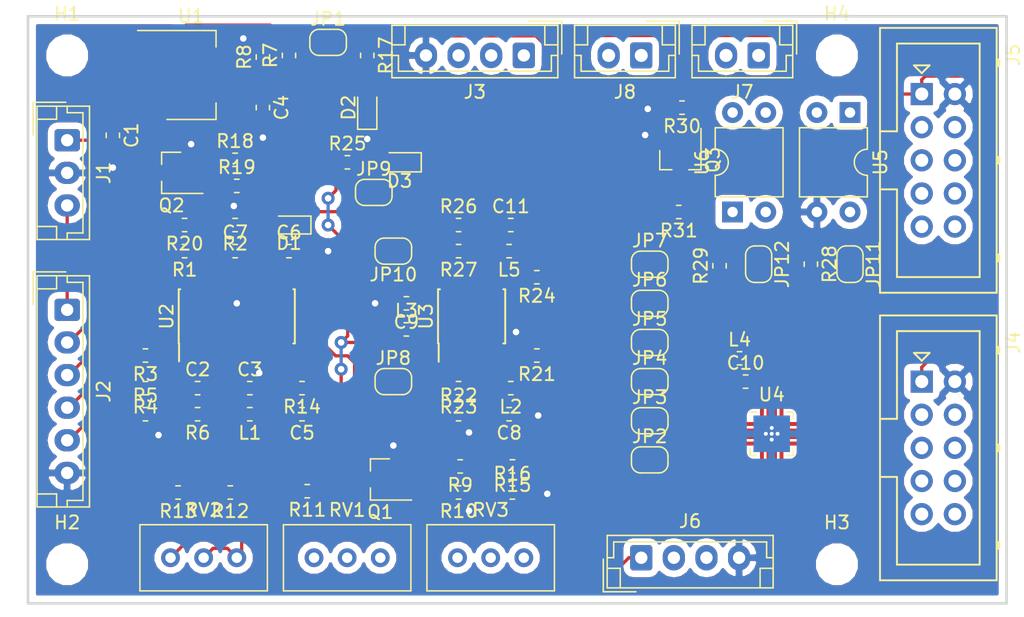
<source format=kicad_pcb>
(kicad_pcb (version 20171130) (host pcbnew 5.0.1-33cea8e~68~ubuntu18.04.1)
  (layers (0 F.Cu signal) (31 B.Cu signal) (34 B.Paste user) (35 F.Paste user) (36 B.SilkS user) (37 F.SilkS user) (38 B.Mask user) (39 F.Mask user) (44 Edge.Cuts user))
  (net 0 "")
  (net 1 "Net-(C2-Pad2)")
  (net 2 /CURRENT)
  (net 3 GND)
  (net 4 "Net-(C6-Pad1)")
  (net 5 +3V3)
  (net 6 "Net-(D1-Pad1)")
  (net 7 "Net-(C5-Pad1)")
  (net 8 "Net-(C5-Pad2)")
  (net 9 "Net-(Q1-Pad3)")
  (net 10 "Net-(R7-Pad2)")
  (net 11 /S+)
  (net 12 /CB)
  (net 13 "Net-(R3-Pad1)")
  (net 14 /TRICKLE_DIS)
  (net 15 +12V)
  (net 16 "Net-(C3-Pad1)")
  (net 17 /TRM)
  (net 18 "Net-(C7-Pad1)")
  (net 19 /CURRENT_PWM)
  (net 20 "Net-(L2-Pad1)")
  (net 21 "Net-(Q2-Pad1)")
  (net 22 "Net-(R26-Pad1)")
  (net 23 "Net-(JP10-Pad1)")
  (net 24 "Net-(D3-Pad2)")
  (net 25 "Net-(L5-Pad1)")
  (net 26 /VOLTAGE_PWM)
  (net 27 "Net-(R22-Pad1)")
  (net 28 "Net-(JP8-Pad1)")
  (net 29 /~OUTPUT_EN)
  (net 30 "Net-(D2-Pad2)")
  (net 31 "Net-(R16-Pad1)")
  (net 32 "Net-(R11-Pad2)")
  (net 33 "Net-(R13-Pad1)")
  (net 34 /RCG)
  (net 35 "Net-(C8-Pad2)")
  (net 36 "Net-(C11-Pad2)")
  (net 37 "Net-(C9-Pad1)")
  (net 38 /VOLTAGE)
  (net 39 /P0.1)
  (net 40 /P0.0)
  (net 41 "Net-(C10-Pad1)")
  (net 42 /C2CK)
  (net 43 /C2D)
  (net 44 /P1.6)
  (net 45 /P1.5)
  (net 46 /P1.4)
  (net 47 /P1.3)
  (net 48 /P1.2)
  (net 49 /P1.1)
  (net 50 /P1.0)
  (net 51 /P0.7)
  (net 52 /P0.6)
  (net 53 /P0.5)
  (net 54 /P0.4)
  (net 55 /P0.3)
  (net 56 /P0.2)
  (net 57 "Net-(D3-Pad1)")
  (net 58 "Net-(J4-Pad10)")
  (net 59 /RC1)
  (net 60 "Net-(C4-Pad1)")
  (net 61 /DI)
  (net 62 "Net-(Q1-Pad1)")
  (net 63 "Net-(Q3-Pad3)")
  (net 64 "Net-(J8-Pad2)")
  (net 65 "Net-(J8-Pad1)")
  (net 66 "Net-(J7-Pad2)")
  (net 67 "Net-(J7-Pad1)")
  (net 68 /DO)
  (net 69 "Net-(Q3-Pad1)")
  (net 70 "Net-(R31-Pad1)")
  (module MountingHole:MountingHole_2.2mm_M2 (layer F.Cu) (at 62 42)
    (fp_text reference H3 (at 0 -3.2) (layer F.SilkS))
    (fp_text value MountingHole)
    (pad 1 np_thru_hole circle (at 0 0) (size 2.2 2.2) (drill 2.2) (layers *.Cu *.Mask))
  )
  (module MountingHole:MountingHole_2.2mm_M2 (layer F.Cu) (at 3 42)
    (fp_text reference H2 (at 0 -3.2) (layer F.SilkS))
    (fp_text value MountingHole)
    (pad 1 np_thru_hole circle (at 0 0) (size 2.2 2.2) (drill 2.2) (layers *.Cu *.Mask))
  )
  (module MountingHole:MountingHole_2.2mm_M2 (layer F.Cu) (at 62 3)
    (fp_text reference H4 (at 0 -3.2) (layer F.SilkS))
    (fp_text value MountingHole)
    (pad 1 np_thru_hole circle (at 0 0) (size 2.2 2.2) (drill 2.2) (layers *.Cu *.Mask))
  )
  (module MountingHole:MountingHole_2.2mm_M2 (layer F.Cu) (at 3 3)
    (fp_text reference H1 (at 0 -3.2) (layer F.SilkS))
    (fp_text value MountingHole)
    (pad 1 np_thru_hole circle (at 0 0) (size 2.2 2.2) (drill 2.2) (layers *.Cu *.Mask))
  )
  (module Resistor_SMD:R_0603_1608Metric_Pad1.05x0.95mm_HandSolder (layer F.Cu) (at 49.875 15 180)
    (fp_text reference R31 (at 0 -1.43 180) (layer F.SilkS))
    (fp_text value "10K 1%")
    (pad 1 smd roundrect (at -0.875 0 180) (size 1.05 0.95) (layers F.Cu F.Paste F.Mask) (net 70 "Net-(R31-Pad1)"))
    (pad 2 smd roundrect (at 0.875 0 180) (size 1.05 0.95) (layers F.Cu F.Paste F.Mask) (net 5 +3V3))
  )
  (module Resistor_SMD:R_0603_1608Metric_Pad1.05x0.95mm_HandSolder (layer F.Cu) (at 50.125 7 180)
    (fp_text reference R30 (at 0 -1.43 180) (layer F.SilkS))
    (fp_text value 100K)
    (pad 2 smd roundrect (at 0.875 0 180) (size 1.05 0.95) (layers F.Cu F.Paste F.Mask) (net 3 GND))
    (pad 1 smd roundrect (at -0.875 0 180) (size 1.05 0.95) (layers F.Cu F.Paste F.Mask) (net 69 "Net-(Q3-Pad1)"))
  )
  (module Resistor_SMD:R_0603_1608Metric_Pad1.05x0.95mm_HandSolder (layer F.Cu) (at 53 19.125 90)
    (fp_text reference R29 (at 0 -1.43 90) (layer F.SilkS))
    (fp_text value 1K)
    (pad 1 smd roundrect (at -0.875 0 90) (size 1.05 0.95) (layers F.Cu F.Paste F.Mask) (net 68 /DO))
    (pad 2 smd roundrect (at 0.875 0 90) (size 1.05 0.95) (layers F.Cu F.Paste F.Mask) (net 69 "Net-(Q3-Pad1)"))
  )
  (module Connector_JST:JST_EH_B02B-EH-A_1x02_P2.50mm_Vertical (layer F.Cu) (at 56 3 180)
    (fp_text reference J7 (at 1.25 -2.8 180) (layer F.SilkS))
    (fp_text value DI)
    (pad 2 thru_hole oval (at 2.5 0 180) (size 1.7 2) (drill 1) (layers *.Cu *.Mask) (net 66 "Net-(J7-Pad2)"))
    (pad 1 thru_hole roundrect (at 0 0 180) (size 1.7 2) (drill 1) (layers *.Cu *.Mask) (roundrect_rratio 0.147059) (net 67 "Net-(J7-Pad1)"))
  )
  (module Connector_JST:JST_EH_B02B-EH-A_1x02_P2.50mm_Vertical (layer F.Cu) (at 47 3 180)
    (fp_text reference J8 (at 1.25 -2.8 180) (layer F.SilkS))
    (fp_text value DO)
    (pad 1 thru_hole roundrect (at 0 0 180) (size 1.7 2) (drill 1) (layers *.Cu *.Mask) (roundrect_rratio 0.147059) (net 65 "Net-(J8-Pad1)"))
    (pad 2 thru_hole oval (at 2.5 0 180) (size 1.7 2) (drill 1) (layers *.Cu *.Mask) (net 64 "Net-(J8-Pad2)"))
  )
  (module Jumper:SolderJumper-2_P1.3mm_Open_RoundedPad1.0x1.5mm (layer F.Cu) (at 63 19 270)
    (fp_text reference JP11 (at 0 -1.8 270) (layer F.SilkS))
    (fp_text value Jumper_NO_Small)
    (pad 2 smd custom (at 0.65 0 270) (size 1 0.5) (layers F.Cu F.Mask) (net 52 /P0.6) (options (clearance outline) (anchor rect)) (primitives (gr_circle (center 0 0.25) (end 0.5 0.25) (width 0)) (gr_circle (center 0 -0.25) (end 0.5 -0.25) (width 0)) (gr_poly (pts (xy 0 -0.75) (xy -0.5 -0.75) (xy -0.5 0.75) (xy 0 0.75)) (width 0))))
    (pad 1 smd custom (at -0.65 0 270) (size 1 0.5) (layers F.Cu F.Mask) (net 61 /DI) (options (clearance outline) (anchor rect)) (primitives (gr_circle (center 0 0.25) (end 0.5 0.25) (width 0)) (gr_circle (center 0 -0.25) (end 0.5 -0.25) (width 0)) (gr_poly (pts (xy 0 -0.75) (xy 0.5 -0.75) (xy 0.5 0.75) (xy 0 0.75)) (width 0))))
  )
  (module Jumper:SolderJumper-2_P1.3mm_Open_RoundedPad1.0x1.5mm (layer F.Cu) (at 56 19 270)
    (fp_text reference JP12 (at 0 -1.8 270) (layer F.SilkS))
    (fp_text value Jumper_NO_Small)
    (pad 1 smd custom (at -0.65 0 270) (size 1 0.5) (layers F.Cu F.Mask) (net 68 /DO) (options (clearance outline) (anchor rect)) (primitives (gr_circle (center 0 0.25) (end 0.5 0.25) (width 0)) (gr_circle (center 0 -0.25) (end 0.5 -0.25) (width 0)) (gr_poly (pts (xy 0 -0.75) (xy 0.5 -0.75) (xy 0.5 0.75) (xy 0 0.75)) (width 0))))
    (pad 2 smd custom (at 0.65 0 270) (size 1 0.5) (layers F.Cu F.Mask) (net 51 /P0.7) (options (clearance outline) (anchor rect)) (primitives (gr_circle (center 0 0.25) (end 0.5 0.25) (width 0)) (gr_circle (center 0 -0.25) (end 0.5 -0.25) (width 0)) (gr_poly (pts (xy 0 -0.75) (xy -0.5 -0.75) (xy -0.5 0.75) (xy 0 0.75)) (width 0))))
  )
  (module Package_DIP:DIP-4_W7.62mm (layer F.Cu) (at 63 7.38 270)
    (fp_text reference U5 (at 3.81 -2.33 270) (layer F.SilkS))
    (fp_text value PC817)
    (pad 4 thru_hole oval (at 7.62 0 270) (size 1.6 1.6) (drill 0.8) (layers *.Cu *.Mask) (net 61 /DI))
    (pad 2 thru_hole oval (at 0 2.54 270) (size 1.6 1.6) (drill 0.8) (layers *.Cu *.Mask) (net 66 "Net-(J7-Pad2)"))
    (pad 3 thru_hole oval (at 7.62 2.54 270) (size 1.6 1.6) (drill 0.8) (layers *.Cu *.Mask) (net 3 GND))
    (pad 1 thru_hole rect (at 0 0 270) (size 1.6 1.6) (drill 0.8) (layers *.Cu *.Mask) (net 67 "Net-(J7-Pad1)"))
  )
  (module Package_DIP:DIP-4_W7.62mm (layer F.Cu) (at 54 15 90)
    (fp_text reference U6 (at 3.81 -2.33 90) (layer F.SilkS))
    (fp_text value PC817)
    (pad 1 thru_hole rect (at 0 0 90) (size 1.6 1.6) (drill 0.8) (layers *.Cu *.Mask) (net 70 "Net-(R31-Pad1)"))
    (pad 3 thru_hole oval (at 7.62 2.54 90) (size 1.6 1.6) (drill 0.8) (layers *.Cu *.Mask) (net 65 "Net-(J8-Pad1)"))
    (pad 2 thru_hole oval (at 0 2.54 90) (size 1.6 1.6) (drill 0.8) (layers *.Cu *.Mask) (net 63 "Net-(Q3-Pad3)"))
    (pad 4 thru_hole oval (at 7.62 0 90) (size 1.6 1.6) (drill 0.8) (layers *.Cu *.Mask) (net 64 "Net-(J8-Pad2)"))
  )
  (module Package_TO_SOT_SMD:SOT-23_Handsoldering (layer F.Cu) (at 50 11 270)
    (fp_text reference Q3 (at 0 -2.5 270) (layer F.SilkS))
    (fp_text value AO3400)
    (pad 1 smd rect (at -1.5 -0.95 270) (size 1.9 0.8) (layers F.Cu F.Paste F.Mask) (net 69 "Net-(Q3-Pad1)"))
    (pad 2 smd rect (at -1.5 0.95 270) (size 1.9 0.8) (layers F.Cu F.Paste F.Mask) (net 3 GND))
    (pad 3 smd rect (at 1.5 0 270) (size 1.9 0.8) (layers F.Cu F.Paste F.Mask) (net 63 "Net-(Q3-Pad3)"))
  )
  (module Resistor_SMD:R_0603_1608Metric_Pad1.05x0.95mm_HandSolder (layer F.Cu) (at 60 19 270)
    (fp_text reference R28 (at 0 -1.43 270) (layer F.SilkS))
    (fp_text value "10K 1%")
    (pad 1 smd roundrect (at -0.875 0 270) (size 1.05 0.95) (layers F.Cu F.Paste F.Mask) (net 61 /DI))
    (pad 2 smd roundrect (at 0.875 0 270) (size 1.05 0.95) (layers F.Cu F.Paste F.Mask) (net 5 +3V3))
  )
  (module Capacitor_SMD:C_0603_1608Metric_Pad1.05x0.95mm_HandSolder (layer F.Cu) (at 37 16)
    (fp_text reference C11 (at 0 -1.43) (layer F.SilkS))
    (fp_text value 1uF)
    (pad 2 smd roundrect (at 0.875 0) (size 1.05 0.95) (layers F.Cu F.Paste F.Mask) (net 36 "Net-(C11-Pad2)"))
    (pad 1 smd roundrect (at -0.875 0) (size 1.05 0.95) (layers F.Cu F.Paste F.Mask) (net 3 GND))
  )
  (module Capacitor_SMD:C_0603_1608Metric_Pad1.05x0.95mm_HandSolder (layer F.Cu) (at 55 28)
    (fp_text reference C10 (at 0 -1.43) (layer F.SilkS))
    (fp_text value 0.1uF)
    (pad 1 smd roundrect (at -0.875 0) (size 1.05 0.95) (layers F.Cu F.Paste F.Mask) (net 41 "Net-(C10-Pad1)"))
    (pad 2 smd roundrect (at 0.875 0) (size 1.05 0.95) (layers F.Cu F.Paste F.Mask) (net 3 GND))
  )
  (module Capacitor_SMD:C_0603_1608Metric_Pad1.05x0.95mm_HandSolder (layer F.Cu) (at 29 22 180)
    (fp_text reference C9 (at 0 -1.43 180) (layer F.SilkS))
    (fp_text value 0.1uF)
    (pad 2 smd roundrect (at 0.875 0 180) (size 1.05 0.95) (layers F.Cu F.Paste F.Mask) (net 3 GND))
    (pad 1 smd roundrect (at -0.875 0 180) (size 1.05 0.95) (layers F.Cu F.Paste F.Mask) (net 37 "Net-(C9-Pad1)"))
  )
  (module Capacitor_SMD:C_0603_1608Metric_Pad1.05x0.95mm_HandSolder (layer F.Cu) (at 36.875 30.5 180)
    (fp_text reference C8 (at 0 -1.43 180) (layer F.SilkS))
    (fp_text value 1uF)
    (pad 1 smd roundrect (at -0.875 0 180) (size 1.05 0.95) (layers F.Cu F.Paste F.Mask) (net 3 GND))
    (pad 2 smd roundrect (at 0.875 0 180) (size 1.05 0.95) (layers F.Cu F.Paste F.Mask) (net 35 "Net-(C8-Pad2)"))
  )
  (module Connector_JST:JST_EH_B03B-EH-A_1x03_P2.50mm_Vertical (layer F.Cu) (at 3 9.5 270)
    (fp_text reference J1 (at 2.5 -2.8 270) (layer F.SilkS))
    (fp_text value CN3)
    (pad 1 thru_hole roundrect (at 0 0 270) (size 1.7 1.95) (drill 0.95) (layers *.Cu *.Mask) (roundrect_rratio 0.147059) (net 15 +12V))
    (pad 2 thru_hole oval (at 2.5 0 270) (size 1.7 1.95) (drill 0.95) (layers *.Cu *.Mask) (net 3 GND))
    (pad 3 thru_hole oval (at 5 0 270) (size 1.7 1.95) (drill 0.95) (layers *.Cu *.Mask) (net 59 /RC1))
  )
  (module Connector_JST:JST_EH_B04B-EH-A_1x04_P2.50mm_Vertical (layer F.Cu) (at 47 41.5)
    (fp_text reference J6 (at 3.75 -2.8) (layer F.SilkS))
    (fp_text value PRGM)
    (pad 4 thru_hole oval (at 7.5 0) (size 1.7 1.95) (drill 0.95) (layers *.Cu *.Mask) (net 3 GND))
    (pad 3 thru_hole oval (at 5 0) (size 1.7 1.95) (drill 0.95) (layers *.Cu *.Mask) (net 43 /C2D))
    (pad 2 thru_hole oval (at 2.5 0) (size 1.7 1.95) (drill 0.95) (layers *.Cu *.Mask) (net 42 /C2CK))
    (pad 1 thru_hole roundrect (at 0 0) (size 1.7 1.95) (drill 0.95) (layers *.Cu *.Mask) (roundrect_rratio 0.147059) (net 5 +3V3))
  )
  (module Connector_JST:JST_EH_B04B-EH-A_1x04_P2.50mm_Vertical (layer F.Cu) (at 38 3 180)
    (fp_text reference J3 (at 3.75 -2.8 180) (layer F.SilkS))
    (fp_text value MCU)
    (pad 1 thru_hole roundrect (at 0 0 180) (size 1.7 1.95) (drill 0.95) (layers *.Cu *.Mask) (roundrect_rratio 0.147059) (net 38 /VOLTAGE))
    (pad 2 thru_hole oval (at 2.5 0 180) (size 1.7 1.95) (drill 0.95) (layers *.Cu *.Mask) (net 2 /CURRENT))
    (pad 3 thru_hole oval (at 5 0 180) (size 1.7 1.95) (drill 0.95) (layers *.Cu *.Mask) (net 14 /TRICKLE_DIS))
    (pad 4 thru_hole oval (at 7.5 0 180) (size 1.7 1.95) (drill 0.95) (layers *.Cu *.Mask) (net 3 GND))
  )
  (module Connector_JST:JST_EH_B06B-EH-A_1x06_P2.50mm_Vertical (layer F.Cu) (at 3 22.5 270)
    (fp_text reference J2 (at 6.25 -2.8 270) (layer F.SilkS))
    (fp_text value CN2)
    (pad 1 thru_hole roundrect (at 0 0 270) (size 1.7 1.95) (drill 0.95) (layers *.Cu *.Mask) (roundrect_rratio 0.147059) (net 59 /RC1))
    (pad 2 thru_hole oval (at 2.5 0 270) (size 1.7 1.95) (drill 0.95) (layers *.Cu *.Mask) (net 34 /RCG))
    (pad 3 thru_hole oval (at 5 0 270) (size 1.7 1.95) (drill 0.95) (layers *.Cu *.Mask) (net 11 /S+))
    (pad 4 thru_hole oval (at 7.5 0 270) (size 1.7 1.95) (drill 0.95) (layers *.Cu *.Mask) (net 17 /TRM))
    (pad 5 thru_hole oval (at 10 0 270) (size 1.7 1.95) (drill 0.95) (layers *.Cu *.Mask) (net 12 /CB))
    (pad 6 thru_hole oval (at 12.5 0 270) (size 1.7 1.95) (drill 0.95) (layers *.Cu *.Mask) (net 3 GND))
  )
  (module Connector_Multicomp:Multicomp_MC9A12-1034_2x05_P2.54mm_Vertical (layer F.Cu) (at 68.5 28 270)
    (fp_text reference J4 (at -3 -7 270) (layer F.SilkS))
    (fp_text value P1)
    (pad 10 thru_hole circle (at 10.16 -2.54 270) (size 1.7 1.7) (drill 1) (layers *.Cu *.Mask) (net 58 "Net-(J4-Pad10)"))
    (pad 9 thru_hole circle (at 10.16 0 270) (size 1.7 1.7) (drill 1) (layers *.Cu *.Mask) (net 44 /P1.6))
    (pad 8 thru_hole circle (at 7.62 -2.54 270) (size 1.7 1.7) (drill 1) (layers *.Cu *.Mask) (net 45 /P1.5))
    (pad 7 thru_hole circle (at 7.62 0 270) (size 1.7 1.7) (drill 1) (layers *.Cu *.Mask) (net 46 /P1.4))
    (pad 6 thru_hole circle (at 5.08 -2.54 270) (size 1.7 1.7) (drill 1) (layers *.Cu *.Mask) (net 47 /P1.3))
    (pad 5 thru_hole circle (at 5.08 0 270) (size 1.7 1.7) (drill 1) (layers *.Cu *.Mask) (net 48 /P1.2))
    (pad 4 thru_hole circle (at 2.54 -2.54 270) (size 1.7 1.7) (drill 1) (layers *.Cu *.Mask) (net 49 /P1.1))
    (pad 3 thru_hole circle (at 2.54 0 270) (size 1.7 1.7) (drill 1) (layers *.Cu *.Mask) (net 50 /P1.0))
    (pad 2 thru_hole circle (at 0 -2.54 270) (size 1.7 1.7) (drill 1) (layers *.Cu *.Mask) (net 3 GND))
    (pad 1 thru_hole rect (at 0 0 270) (size 1.7 1.7) (drill 1) (layers *.Cu *.Mask) (net 5 +3V3))
  )
  (module Connector_Multicomp:Multicomp_MC9A12-1034_2x05_P2.54mm_Vertical (layer F.Cu) (at 68.5 5.96 270)
    (fp_text reference J5 (at -3 -7 270) (layer F.SilkS))
    (fp_text value P0)
    (pad 1 thru_hole rect (at 0 0 270) (size 1.7 1.7) (drill 1) (layers *.Cu *.Mask) (net 5 +3V3))
    (pad 2 thru_hole circle (at 0 -2.54 270) (size 1.7 1.7) (drill 1) (layers *.Cu *.Mask) (net 3 GND))
    (pad 3 thru_hole circle (at 2.54 0 270) (size 1.7 1.7) (drill 1) (layers *.Cu *.Mask) (net 40 /P0.0))
    (pad 4 thru_hole circle (at 2.54 -2.54 270) (size 1.7 1.7) (drill 1) (layers *.Cu *.Mask) (net 39 /P0.1))
    (pad 5 thru_hole circle (at 5.08 0 270) (size 1.7 1.7) (drill 1) (layers *.Cu *.Mask) (net 56 /P0.2))
    (pad 6 thru_hole circle (at 5.08 -2.54 270) (size 1.7 1.7) (drill 1) (layers *.Cu *.Mask) (net 55 /P0.3))
    (pad 7 thru_hole circle (at 7.62 0 270) (size 1.7 1.7) (drill 1) (layers *.Cu *.Mask) (net 54 /P0.4))
    (pad 8 thru_hole circle (at 7.62 -2.54 270) (size 1.7 1.7) (drill 1) (layers *.Cu *.Mask) (net 53 /P0.5))
    (pad 9 thru_hole circle (at 10.16 0 270) (size 1.7 1.7) (drill 1) (layers *.Cu *.Mask) (net 52 /P0.6))
    (pad 10 thru_hole circle (at 10.16 -2.54 270) (size 1.7 1.7) (drill 1) (layers *.Cu *.Mask) (net 51 /P0.7))
  )
  (module Inductor_SMD:L_0603_1608Metric_Pad1.05x0.95mm_HandSolder (layer F.Cu) (at 54.535001 26.215001)
    (fp_text reference L4 (at 0 -1.43) (layer F.SilkS))
    (fp_text value L_Core_Ferrite_Small)
    (pad 2 smd roundrect (at 0.875 0) (size 1.05 0.95) (layers F.Cu F.Paste F.Mask) (net 41 "Net-(C10-Pad1)"))
    (pad 1 smd roundrect (at -0.875 0) (size 1.05 0.95) (layers F.Cu F.Paste F.Mask) (net 5 +3V3))
  )
  (module Inductor_SMD:L_0603_1608Metric_Pad1.05x0.95mm_HandSolder (layer F.Cu) (at 36.875 18 180)
    (fp_text reference L5 (at 0 -1.43 180) (layer F.SilkS))
    (fp_text value 100nh)
    (pad 1 smd roundrect (at -0.875 0 180) (size 1.05 0.95) (layers F.Cu F.Paste F.Mask) (net 25 "Net-(L5-Pad1)"))
    (pad 2 smd roundrect (at 0.875 0 180) (size 1.05 0.95) (layers F.Cu F.Paste F.Mask) (net 36 "Net-(C11-Pad2)"))
  )
  (module Inductor_SMD:L_0603_1608Metric_Pad1.05x0.95mm_HandSolder (layer F.Cu) (at 29 24)
    (fp_text reference L3 (at 0 -1.43) (layer F.SilkS))
    (fp_text value L_Core_Ferrite_Small)
    (pad 2 smd roundrect (at 0.875 0) (size 1.05 0.95) (layers F.Cu F.Paste F.Mask) (net 37 "Net-(C9-Pad1)"))
    (pad 1 smd roundrect (at -0.875 0) (size 1.05 0.95) (layers F.Cu F.Paste F.Mask) (net 5 +3V3))
  )
  (module Inductor_SMD:L_0603_1608Metric_Pad1.05x0.95mm_HandSolder (layer F.Cu) (at 37 28.5 180)
    (fp_text reference L2 (at 0 -1.43 180) (layer F.SilkS))
    (fp_text value 100nh)
    (pad 1 smd roundrect (at -0.875 0 180) (size 1.05 0.95) (layers F.Cu F.Paste F.Mask) (net 20 "Net-(L2-Pad1)"))
    (pad 2 smd roundrect (at 0.875 0 180) (size 1.05 0.95) (layers F.Cu F.Paste F.Mask) (net 35 "Net-(C8-Pad2)"))
  )
  (module Jumper:SolderJumper-2_P1.3mm_Open_RoundedPad1.0x1.5mm (layer F.Cu) (at 28 18 180)
    (fp_text reference JP10 (at 0 -1.8 180) (layer F.SilkS))
    (fp_text value Jumper_NO_Small)
    (pad 2 smd custom (at 0.65 0 180) (size 1 0.5) (layers F.Cu F.Mask) (net 4 "Net-(C6-Pad1)") (options (clearance outline) (anchor rect)) (primitives (gr_circle (center 0 0.25) (end 0.5 0.25) (width 0)) (gr_circle (center 0 -0.25) (end 0.5 -0.25) (width 0)) (gr_poly (pts (xy 0 -0.75) (xy -0.5 -0.75) (xy -0.5 0.75) (xy 0 0.75)) (width 0))))
    (pad 1 smd custom (at -0.65 0 180) (size 1 0.5) (layers F.Cu F.Mask) (net 23 "Net-(JP10-Pad1)") (options (clearance outline) (anchor rect)) (primitives (gr_circle (center 0 0.25) (end 0.5 0.25) (width 0)) (gr_circle (center 0 -0.25) (end 0.5 -0.25) (width 0)) (gr_poly (pts (xy 0 -0.75) (xy 0.5 -0.75) (xy 0.5 0.75) (xy 0 0.75)) (width 0))))
  )
  (module Jumper:SolderJumper-2_P1.3mm_Open_RoundedPad1.0x1.5mm (layer F.Cu) (at 26.5 13.5)
    (fp_text reference JP9 (at 0 -1.8) (layer F.SilkS))
    (fp_text value Jumper_NO_Small)
    (pad 1 smd custom (at -0.65 0) (size 1 0.5) (layers F.Cu F.Mask) (net 6 "Net-(D1-Pad1)") (options (clearance outline) (anchor rect)) (primitives (gr_circle (center 0 0.25) (end 0.5 0.25) (width 0)) (gr_circle (center 0 -0.25) (end 0.5 -0.25) (width 0)) (gr_poly (pts (xy 0 -0.75) (xy 0.5 -0.75) (xy 0.5 0.75) (xy 0 0.75)) (width 0))))
    (pad 2 smd custom (at 0.65 0) (size 1 0.5) (layers F.Cu F.Mask) (net 57 "Net-(D3-Pad1)") (options (clearance outline) (anchor rect)) (primitives (gr_circle (center 0 0.25) (end 0.5 0.25) (width 0)) (gr_circle (center 0 -0.25) (end 0.5 -0.25) (width 0)) (gr_poly (pts (xy 0 -0.75) (xy -0.5 -0.75) (xy -0.5 0.75) (xy 0 0.75)) (width 0))))
  )
  (module Jumper:SolderJumper-2_P1.3mm_Open_RoundedPad1.0x1.5mm (layer F.Cu) (at 28 28)
    (fp_text reference JP8 (at 0 -1.8) (layer F.SilkS))
    (fp_text value Jumper_NO_Small)
    (pad 2 smd custom (at 0.65 0) (size 1 0.5) (layers F.Cu F.Mask) (net 8 "Net-(C5-Pad2)") (options (clearance outline) (anchor rect)) (primitives (gr_circle (center 0 0.25) (end 0.5 0.25) (width 0)) (gr_circle (center 0 -0.25) (end 0.5 -0.25) (width 0)) (gr_poly (pts (xy 0 -0.75) (xy -0.5 -0.75) (xy -0.5 0.75) (xy 0 0.75)) (width 0))))
    (pad 1 smd custom (at -0.65 0) (size 1 0.5) (layers F.Cu F.Mask) (net 28 "Net-(JP8-Pad1)") (options (clearance outline) (anchor rect)) (primitives (gr_circle (center 0 0.25) (end 0.5 0.25) (width 0)) (gr_circle (center 0 -0.25) (end 0.5 -0.25) (width 0)) (gr_poly (pts (xy 0 -0.75) (xy 0.5 -0.75) (xy 0.5 0.75) (xy 0 0.75)) (width 0))))
  )
  (module Jumper:SolderJumper-2_P1.3mm_Open_RoundedPad1.0x1.5mm (layer F.Cu) (at 47.65 19)
    (fp_text reference JP7 (at 0 -1.8) (layer F.SilkS))
    (fp_text value Jumper_NO_Small)
    (pad 1 smd custom (at -0.65 0) (size 1 0.5) (layers F.Cu F.Mask) (net 29 /~OUTPUT_EN) (options (clearance outline) (anchor rect)) (primitives (gr_circle (center 0 0.25) (end 0.5 0.25) (width 0)) (gr_circle (center 0 -0.25) (end 0.5 -0.25) (width 0)) (gr_poly (pts (xy 0 -0.75) (xy 0.5 -0.75) (xy 0.5 0.75) (xy 0 0.75)) (width 0))))
    (pad 2 smd custom (at 0.65 0) (size 1 0.5) (layers F.Cu F.Mask) (net 53 /P0.5) (options (clearance outline) (anchor rect)) (primitives (gr_circle (center 0 0.25) (end 0.5 0.25) (width 0)) (gr_circle (center 0 -0.25) (end 0.5 -0.25) (width 0)) (gr_poly (pts (xy 0 -0.75) (xy -0.5 -0.75) (xy -0.5 0.75) (xy 0 0.75)) (width 0))))
  )
  (module Jumper:SolderJumper-2_P1.3mm_Open_RoundedPad1.0x1.5mm (layer F.Cu) (at 47.65 25)
    (fp_text reference JP5 (at 0 -1.8) (layer F.SilkS))
    (fp_text value Jumper_NO_Small)
    (pad 2 smd custom (at 0.65 0) (size 1 0.5) (layers F.Cu F.Mask) (net 55 /P0.3) (options (clearance outline) (anchor rect)) (primitives (gr_circle (center 0 0.25) (end 0.5 0.25) (width 0)) (gr_circle (center 0 -0.25) (end 0.5 -0.25) (width 0)) (gr_poly (pts (xy 0 -0.75) (xy -0.5 -0.75) (xy -0.5 0.75) (xy 0 0.75)) (width 0))))
    (pad 1 smd custom (at -0.65 0) (size 1 0.5) (layers F.Cu F.Mask) (net 19 /CURRENT_PWM) (options (clearance outline) (anchor rect)) (primitives (gr_circle (center 0 0.25) (end 0.5 0.25) (width 0)) (gr_circle (center 0 -0.25) (end 0.5 -0.25) (width 0)) (gr_poly (pts (xy 0 -0.75) (xy 0.5 -0.75) (xy 0.5 0.75) (xy 0 0.75)) (width 0))))
  )
  (module Jumper:SolderJumper-2_P1.3mm_Open_RoundedPad1.0x1.5mm (layer F.Cu) (at 47.65 28)
    (fp_text reference JP4 (at 0 -1.8) (layer F.SilkS))
    (fp_text value Jumper_NO_Small)
    (pad 1 smd custom (at -0.65 0) (size 1 0.5) (layers F.Cu F.Mask) (net 14 /TRICKLE_DIS) (options (clearance outline) (anchor rect)) (primitives (gr_circle (center 0 0.25) (end 0.5 0.25) (width 0)) (gr_circle (center 0 -0.25) (end 0.5 -0.25) (width 0)) (gr_poly (pts (xy 0 -0.75) (xy 0.5 -0.75) (xy 0.5 0.75) (xy 0 0.75)) (width 0))))
    (pad 2 smd custom (at 0.65 0) (size 1 0.5) (layers F.Cu F.Mask) (net 56 /P0.2) (options (clearance outline) (anchor rect)) (primitives (gr_circle (center 0 0.25) (end 0.5 0.25) (width 0)) (gr_circle (center 0 -0.25) (end 0.5 -0.25) (width 0)) (gr_poly (pts (xy 0 -0.75) (xy -0.5 -0.75) (xy -0.5 0.75) (xy 0 0.75)) (width 0))))
  )
  (module Jumper:SolderJumper-2_P1.3mm_Open_RoundedPad1.0x1.5mm (layer F.Cu) (at 47.65 31)
    (fp_text reference JP3 (at 0 -1.8) (layer F.SilkS))
    (fp_text value Jumper_NO_Small)
    (pad 2 smd custom (at 0.65 0) (size 1 0.5) (layers F.Cu F.Mask) (net 39 /P0.1) (options (clearance outline) (anchor rect)) (primitives (gr_circle (center 0 0.25) (end 0.5 0.25) (width 0)) (gr_circle (center 0 -0.25) (end 0.5 -0.25) (width 0)) (gr_poly (pts (xy 0 -0.75) (xy -0.5 -0.75) (xy -0.5 0.75) (xy 0 0.75)) (width 0))))
    (pad 1 smd custom (at -0.65 0) (size 1 0.5) (layers F.Cu F.Mask) (net 2 /CURRENT) (options (clearance outline) (anchor rect)) (primitives (gr_circle (center 0 0.25) (end 0.5 0.25) (width 0)) (gr_circle (center 0 -0.25) (end 0.5 -0.25) (width 0)) (gr_poly (pts (xy 0 -0.75) (xy 0.5 -0.75) (xy 0.5 0.75) (xy 0 0.75)) (width 0))))
  )
  (module Jumper:SolderJumper-2_P1.3mm_Open_RoundedPad1.0x1.5mm (layer F.Cu) (at 47.65 34)
    (fp_text reference JP2 (at 0 -1.8) (layer F.SilkS))
    (fp_text value Jumper_NO_Small)
    (pad 1 smd custom (at -0.65 0) (size 1 0.5) (layers F.Cu F.Mask) (net 38 /VOLTAGE) (options (clearance outline) (anchor rect)) (primitives (gr_circle (center 0 0.25) (end 0.5 0.25) (width 0)) (gr_circle (center 0 -0.25) (end 0.5 -0.25) (width 0)) (gr_poly (pts (xy 0 -0.75) (xy 0.5 -0.75) (xy 0.5 0.75) (xy 0 0.75)) (width 0))))
    (pad 2 smd custom (at 0.65 0) (size 1 0.5) (layers F.Cu F.Mask) (net 40 /P0.0) (options (clearance outline) (anchor rect)) (primitives (gr_circle (center 0 0.25) (end 0.5 0.25) (width 0)) (gr_circle (center 0 -0.25) (end 0.5 -0.25) (width 0)) (gr_poly (pts (xy 0 -0.75) (xy -0.5 -0.75) (xy -0.5 0.75) (xy 0 0.75)) (width 0))))
  )
  (module Jumper:SolderJumper-2_P1.3mm_Open_RoundedPad1.0x1.5mm (layer F.Cu) (at 23 2)
    (fp_text reference JP1 (at 0 -1.8) (layer F.SilkS))
    (fp_text value Jumper_NO_Small)
    (pad 2 smd custom (at 0.65 0) (size 1 0.5) (layers F.Cu F.Mask) (net 5 +3V3) (options (clearance outline) (anchor rect)) (primitives (gr_circle (center 0 0.25) (end 0.5 0.25) (width 0)) (gr_circle (center 0 -0.25) (end 0.5 -0.25) (width 0)) (gr_poly (pts (xy 0 -0.75) (xy -0.5 -0.75) (xy -0.5 0.75) (xy 0 0.75)) (width 0))))
    (pad 1 smd custom (at -0.65 0) (size 1 0.5) (layers F.Cu F.Mask) (net 60 "Net-(C4-Pad1)") (options (clearance outline) (anchor rect)) (primitives (gr_circle (center 0 0.25) (end 0.5 0.25) (width 0)) (gr_circle (center 0 -0.25) (end 0.5 -0.25) (width 0)) (gr_poly (pts (xy 0 -0.75) (xy 0.5 -0.75) (xy 0.5 0.75) (xy 0 0.75)) (width 0))))
  )
  (module Jumper:SolderJumper-2_P1.3mm_Open_RoundedPad1.0x1.5mm (layer F.Cu) (at 47.65 22)
    (fp_text reference JP6 (at 0 -1.8) (layer F.SilkS))
    (fp_text value Jumper_NO_Small)
    (pad 1 smd custom (at -0.65 0) (size 1 0.5) (layers F.Cu F.Mask) (net 26 /VOLTAGE_PWM) (options (clearance outline) (anchor rect)) (primitives (gr_circle (center 0 0.25) (end 0.5 0.25) (width 0)) (gr_circle (center 0 -0.25) (end 0.5 -0.25) (width 0)) (gr_poly (pts (xy 0 -0.75) (xy 0.5 -0.75) (xy 0.5 0.75) (xy 0 0.75)) (width 0))))
    (pad 2 smd custom (at 0.65 0) (size 1 0.5) (layers F.Cu F.Mask) (net 54 /P0.4) (options (clearance outline) (anchor rect)) (primitives (gr_circle (center 0 0.25) (end 0.5 0.25) (width 0)) (gr_circle (center 0 -0.25) (end 0.5 -0.25) (width 0)) (gr_poly (pts (xy 0 -0.75) (xy -0.5 -0.75) (xy -0.5 0.75) (xy 0 0.75)) (width 0))))
  )
  (module LED_SMD:LED_0603_1608Metric_Pad1.05x0.95mm_HandSolder (layer F.Cu) (at 28.478725 11.192153 180)
    (fp_text reference D3 (at 0 -1.43 180) (layer F.SilkS))
    (fp_text value BLUE)
    (pad 2 smd roundrect (at 0.875 0 180) (size 1.05 0.95) (layers F.Cu F.Paste F.Mask) (net 24 "Net-(D3-Pad2)"))
    (pad 1 smd roundrect (at -0.875 0 180) (size 1.05 0.95) (layers F.Cu F.Paste F.Mask) (net 57 "Net-(D3-Pad1)"))
  )
  (module LED_SMD:LED_0603_1608Metric_Pad1.05x0.95mm_HandSolder (layer F.Cu) (at 26 7 90)
    (fp_text reference D2 (at 0 -1.43 90) (layer F.SilkS))
    (fp_text value GREEN)
    (pad 1 smd roundrect (at -0.875 0 90) (size 1.05 0.95) (layers F.Cu F.Paste F.Mask) (net 3 GND))
    (pad 2 smd roundrect (at 0.875 0 90) (size 1.05 0.95) (layers F.Cu F.Paste F.Mask) (net 30 "Net-(D2-Pad2)"))
  )
  (module Package_DFN_QFN:SiliconLabs_QFN-20-1EP_3x3mm_P0.5mm_ThermalVias (layer F.Cu) (at 57 32)
    (fp_text reference U4 (at 0 -3) (layer F.SilkS))
    (fp_text value EFM8BB10F2G-A-QFN20)
    (pad 1 smd rect (at -1.25 -1.25) (size 0.3 0.3) (layers F.Cu F.Paste F.Mask) (net 39 /P0.1))
    (pad 2 smd rect (at -1.55 -0.75) (size 0.9 0.3) (layers F.Cu F.Paste F.Mask) (net 40 /P0.0))
    (pad 3 smd rect (at -1.55 -0.25) (size 0.9 0.3) (layers F.Cu F.Paste F.Mask) (net 3 GND))
    (pad 4 smd rect (at -1.55 0.25) (size 0.9 0.3) (layers F.Cu F.Paste F.Mask) (net 41 "Net-(C10-Pad1)"))
    (pad 5 smd rect (at -1.55 0.75) (size 0.9 0.3) (layers F.Cu F.Paste F.Mask) (net 42 /C2CK))
    (pad 6 smd rect (at -1.25 1.25) (size 0.3 0.3) (layers F.Cu F.Paste F.Mask) (net 43 /C2D))
    (pad 7 smd rect (at -0.75 1.55 90) (size 0.9 0.3) (layers F.Cu F.Paste F.Mask) (net 44 /P1.6))
    (pad 8 smd rect (at -0.25 1.55 90) (size 0.9 0.3) (layers F.Cu F.Paste F.Mask) (net 45 /P1.5))
    (pad 9 smd rect (at 0.25 1.55 90) (size 0.9 0.3) (layers F.Cu F.Paste F.Mask) (net 46 /P1.4))
    (pad 10 smd rect (at 0.75 1.55 90) (size 0.9 0.3) (layers F.Cu F.Paste F.Mask) (net 47 /P1.3))
    (pad 11 smd rect (at 1.25 1.25) (size 0.3 0.3) (layers F.Cu F.Paste F.Mask) (net 48 /P1.2))
    (pad 12 smd rect (at 1.55 0.75) (size 0.9 0.3) (layers F.Cu F.Paste F.Mask) (net 3 GND))
    (pad 13 smd rect (at 1.55 0.25) (size 0.9 0.3) (layers F.Cu F.Paste F.Mask) (net 49 /P1.1))
    (pad 14 smd rect (at 1.55 -0.25) (size 0.9 0.3) (layers F.Cu F.Paste F.Mask) (net 50 /P1.0))
    (pad 15 smd rect (at 1.55 -0.75) (size 0.9 0.3) (layers F.Cu F.Paste F.Mask) (net 51 /P0.7))
    (pad 16 smd rect (at 1.25 -1.25) (size 0.3 0.3) (layers F.Cu F.Paste F.Mask) (net 52 /P0.6))
    (pad 17 smd rect (at 0.75 -1.55 90) (size 0.9 0.3) (layers F.Cu F.Paste F.Mask) (net 53 /P0.5))
    (pad 18 smd rect (at 0.25 -1.55 90) (size 0.9 0.3) (layers F.Cu F.Paste F.Mask) (net 54 /P0.4))
    (pad 19 smd rect (at -0.25 -1.55 90) (size 0.9 0.3) (layers F.Cu F.Paste F.Mask) (net 55 /P0.3))
    (pad 20 smd rect (at -0.75 -1.55 90) (size 0.9 0.3) (layers F.Cu F.Paste F.Mask) (net 56 /P0.2))
    (pad 21 smd rect (at 0 0) (size 2.8 2.8) (layers B.Cu) (net 3 GND))
    (pad 21 smd rect (at 0 0) (size 1.8 1.8) (layers F.Cu F.Mask) (net 3 GND))
    (pad 21 thru_hole circle (at -0.45 0) (size 0.6 0.6) (drill 0.3) (layers *.Cu) (net 3 GND))
    (pad 21 thru_hole circle (at 0 -0.45) (size 0.6 0.6) (drill 0.3) (layers *.Cu) (net 3 GND))
    (pad 21 thru_hole circle (at 0 0) (size 0.6 0.6) (drill 0.3) (layers *.Cu) (net 3 GND))
    (pad 21 thru_hole circle (at 0 0.45) (size 0.6 0.6) (drill 0.3) (layers *.Cu) (net 3 GND))
    (pad 21 thru_hole circle (at 0.45 0) (size 0.6 0.6) (drill 0.3) (layers *.Cu) (net 3 GND))
  )
  (module Package_SO:SOIC-8_3.9x4.9mm_P1.27mm (layer F.Cu) (at 34 23 90)
    (fp_text reference U3 (at 0 -3.5 90) (layer F.SilkS))
    (fp_text value LMV358)
    (pad 1 smd rect (at -2.7 -1.905 90) (size 1.55 0.6) (layers F.Cu F.Paste F.Mask) (net 28 "Net-(JP8-Pad1)"))
    (pad 2 smd rect (at -2.7 -0.635 90) (size 1.55 0.6) (layers F.Cu F.Paste F.Mask) (net 27 "Net-(R22-Pad1)"))
    (pad 3 smd rect (at -2.7 0.635 90) (size 1.55 0.6) (layers F.Cu F.Paste F.Mask) (net 35 "Net-(C8-Pad2)"))
    (pad 4 smd rect (at -2.7 1.905 90) (size 1.55 0.6) (layers F.Cu F.Paste F.Mask) (net 3 GND))
    (pad 5 smd rect (at 2.7 1.905 90) (size 1.55 0.6) (layers F.Cu F.Paste F.Mask) (net 36 "Net-(C11-Pad2)"))
    (pad 6 smd rect (at 2.7 0.635 90) (size 1.55 0.6) (layers F.Cu F.Paste F.Mask) (net 22 "Net-(R26-Pad1)"))
    (pad 7 smd rect (at 2.7 -0.635 90) (size 1.55 0.6) (layers F.Cu F.Paste F.Mask) (net 23 "Net-(JP10-Pad1)"))
    (pad 8 smd rect (at 2.7 -1.905 90) (size 1.55 0.6) (layers F.Cu F.Paste F.Mask) (net 37 "Net-(C9-Pad1)"))
  )
  (module Package_TO_SOT_SMD:SOT-23_Handsoldering (layer F.Cu) (at 11 12 180)
    (fp_text reference Q2 (at 0 -2.5 180) (layer F.SilkS))
    (fp_text value AO3400)
    (pad 1 smd rect (at -1.5 -0.95 180) (size 1.9 0.8) (layers F.Cu F.Paste F.Mask) (net 21 "Net-(Q2-Pad1)"))
    (pad 2 smd rect (at -1.5 0.95 180) (size 1.9 0.8) (layers F.Cu F.Paste F.Mask) (net 3 GND))
    (pad 3 smd rect (at 1.5 0 180) (size 1.9 0.8) (layers F.Cu F.Paste F.Mask) (net 34 /RCG))
  )
  (module Potentiometer_THT:Potentiometer_Bourns_3296W_Vertical (layer F.Cu) (at 38 41.5)
    (fp_text reference RV3 (at -2.54 -3.66) (layer F.SilkS))
    (fp_text value R_POT)
    (pad 1 thru_hole circle (at 0 0) (size 1.44 1.44) (drill 0.8) (layers *.Cu *.Mask) (net 4 "Net-(C6-Pad1)"))
    (pad 2 thru_hole circle (at -2.54 0) (size 1.44 1.44) (drill 0.8) (layers *.Cu *.Mask) (net 4 "Net-(C6-Pad1)"))
    (pad 3 thru_hole circle (at -5.08 0) (size 1.44 1.44) (drill 0.8) (layers *.Cu *.Mask) (net 31 "Net-(R16-Pad1)"))
  )
  (module Potentiometer_THT:Potentiometer_Bourns_3296W_Vertical (layer F.Cu) (at 16 41.5)
    (fp_text reference RV2 (at -2.54 -3.66) (layer F.SilkS))
    (fp_text value R_POT)
    (pad 3 thru_hole circle (at -5.08 0) (size 1.44 1.44) (drill 0.8) (layers *.Cu *.Mask) (net 33 "Net-(R13-Pad1)"))
    (pad 2 thru_hole circle (at -2.54 0) (size 1.44 1.44) (drill 0.8) (layers *.Cu *.Mask) (net 8 "Net-(C5-Pad2)"))
    (pad 1 thru_hole circle (at 0 0) (size 1.44 1.44) (drill 0.8) (layers *.Cu *.Mask) (net 8 "Net-(C5-Pad2)"))
  )
  (module Potentiometer_THT:Potentiometer_Bourns_3296W_Vertical (layer F.Cu) (at 27 41.5)
    (fp_text reference RV1 (at -2.54 -3.66) (layer F.SilkS))
    (fp_text value R_POT)
    (pad 1 thru_hole circle (at 0 0) (size 1.44 1.44) (drill 0.8) (layers *.Cu *.Mask) (net 8 "Net-(C5-Pad2)"))
    (pad 2 thru_hole circle (at -2.54 0) (size 1.44 1.44) (drill 0.8) (layers *.Cu *.Mask) (net 8 "Net-(C5-Pad2)"))
    (pad 3 thru_hole circle (at -5.08 0) (size 1.44 1.44) (drill 0.8) (layers *.Cu *.Mask) (net 32 "Net-(R11-Pad2)"))
  )
  (module Resistor_SMD:R_0603_1608Metric_Pad1.05x0.95mm_HandSolder (layer F.Cu) (at 26 3 270)
    (fp_text reference R17 (at 0 -1.43 270) (layer F.SilkS))
    (fp_text value 100K)
    (pad 1 smd roundrect (at -0.875 0 270) (size 1.05 0.95) (layers F.Cu F.Paste F.Mask) (net 5 +3V3))
    (pad 2 smd roundrect (at 0.875 0 270) (size 1.05 0.95) (layers F.Cu F.Paste F.Mask) (net 30 "Net-(D2-Pad2)"))
  )
  (module Resistor_SMD:R_0603_1608Metric_Pad1.05x0.95mm_HandSolder (layer F.Cu) (at 16 13)
    (fp_text reference R19 (at 0 -1.43) (layer F.SilkS))
    (fp_text value 1K)
    (pad 2 smd roundrect (at 0.875 0) (size 1.05 0.95) (layers F.Cu F.Paste F.Mask) (net 29 /~OUTPUT_EN))
    (pad 1 smd roundrect (at -0.875 0) (size 1.05 0.95) (layers F.Cu F.Paste F.Mask) (net 21 "Net-(Q2-Pad1)"))
  )
  (module Resistor_SMD:R_0603_1608Metric_Pad1.05x0.95mm_HandSolder (layer F.Cu) (at 12 16 180)
    (fp_text reference R20 (at 0 -1.43 180) (layer F.SilkS))
    (fp_text value NC)
    (pad 1 smd roundrect (at -0.875 0 180) (size 1.05 0.95) (layers F.Cu F.Paste F.Mask) (net 18 "Net-(C7-Pad1)"))
    (pad 2 smd roundrect (at 0.875 0 180) (size 1.05 0.95) (layers F.Cu F.Paste F.Mask) (net 5 +3V3))
  )
  (module Resistor_SMD:R_0603_1608Metric_Pad1.05x0.95mm_HandSolder (layer F.Cu) (at 33 30.5)
    (fp_text reference R22 (at 0 -1.43) (layer F.SilkS))
    (fp_text value 1R)
    (pad 2 smd roundrect (at 0.875 0) (size 1.05 0.95) (layers F.Cu F.Paste F.Mask) (net 3 GND))
    (pad 1 smd roundrect (at -0.875 0) (size 1.05 0.95) (layers F.Cu F.Paste F.Mask) (net 27 "Net-(R22-Pad1)"))
  )
  (module Resistor_SMD:R_0603_1608Metric_Pad1.05x0.95mm_HandSolder (layer F.Cu) (at 33 28.5 180)
    (fp_text reference R23 (at 0 -1.43 180) (layer F.SilkS))
    (fp_text value 1R)
    (pad 1 smd roundrect (at -0.875 0 180) (size 1.05 0.95) (layers F.Cu F.Paste F.Mask) (net 27 "Net-(R22-Pad1)"))
    (pad 2 smd roundrect (at 0.875 0 180) (size 1.05 0.95) (layers F.Cu F.Paste F.Mask) (net 28 "Net-(JP8-Pad1)"))
  )
  (module Resistor_SMD:R_0603_1608Metric_Pad1.05x0.95mm_HandSolder (layer F.Cu) (at 39 20 180)
    (fp_text reference R24 (at 0 -1.43 180) (layer F.SilkS))
    (fp_text value 1R)
    (pad 2 smd roundrect (at 0.875 0 180) (size 1.05 0.95) (layers F.Cu F.Paste F.Mask) (net 25 "Net-(L5-Pad1)"))
    (pad 1 smd roundrect (at -0.875 0 180) (size 1.05 0.95) (layers F.Cu F.Paste F.Mask) (net 26 /VOLTAGE_PWM))
  )
  (module Resistor_SMD:R_0603_1608Metric_Pad1.05x0.95mm_HandSolder (layer F.Cu) (at 24.478725 11.192153)
    (fp_text reference R25 (at 0 -1.43) (layer F.SilkS))
    (fp_text value 100K)
    (pad 1 smd roundrect (at -0.875 0) (size 1.05 0.95) (layers F.Cu F.Paste F.Mask) (net 5 +3V3))
    (pad 2 smd roundrect (at 0.875 0) (size 1.05 0.95) (layers F.Cu F.Paste F.Mask) (net 24 "Net-(D3-Pad2)"))
  )
  (module Resistor_SMD:R_0603_1608Metric_Pad1.05x0.95mm_HandSolder (layer F.Cu) (at 33 16)
    (fp_text reference R26 (at 0 -1.43) (layer F.SilkS))
    (fp_text value 1R)
    (pad 2 smd roundrect (at 0.875 0) (size 1.05 0.95) (layers F.Cu F.Paste F.Mask) (net 3 GND))
    (pad 1 smd roundrect (at -0.875 0) (size 1.05 0.95) (layers F.Cu F.Paste F.Mask) (net 22 "Net-(R26-Pad1)"))
  )
  (module Resistor_SMD:R_0603_1608Metric_Pad1.05x0.95mm_HandSolder (layer F.Cu) (at 33 18 180)
    (fp_text reference R27 (at 0 -1.43 180) (layer F.SilkS))
    (fp_text value 1R)
    (pad 1 smd roundrect (at -0.875 0 180) (size 1.05 0.95) (layers F.Cu F.Paste F.Mask) (net 22 "Net-(R26-Pad1)"))
    (pad 2 smd roundrect (at 0.875 0 180) (size 1.05 0.95) (layers F.Cu F.Paste F.Mask) (net 23 "Net-(JP10-Pad1)"))
  )
  (module Resistor_SMD:R_0603_1608Metric_Pad1.05x0.95mm_HandSolder (layer F.Cu) (at 15.875 11)
    (fp_text reference R18 (at 0 -1.43) (layer F.SilkS))
    (fp_text value 100K)
    (pad 2 smd roundrect (at 0.875 0) (size 1.05 0.95) (layers F.Cu F.Paste F.Mask) (net 5 +3V3))
    (pad 1 smd roundrect (at -0.875 0) (size 1.05 0.95) (layers F.Cu F.Paste F.Mask) (net 21 "Net-(Q2-Pad1)"))
  )
  (module Resistor_SMD:R_0603_1608Metric_Pad1.05x0.95mm_HandSolder (layer F.Cu) (at 39 26 180)
    (fp_text reference R21 (at 0 -1.43 180) (layer F.SilkS))
    (fp_text value 1R)
    (pad 1 smd roundrect (at -0.875 0 180) (size 1.05 0.95) (layers F.Cu F.Paste F.Mask) (net 19 /CURRENT_PWM))
    (pad 2 smd roundrect (at 0.875 0 180) (size 1.05 0.95) (layers F.Cu F.Paste F.Mask) (net 20 "Net-(L2-Pad1)"))
  )
  (module Capacitor_SMD:C_0603_1608Metric_Pad1.05x0.95mm_HandSolder (layer F.Cu) (at 15.875 18)
    (fp_text reference C7 (at 0 -1.43) (layer F.SilkS))
    (fp_text value 0.1uF)
    (pad 1 smd roundrect (at -0.875 0) (size 1.05 0.95) (layers F.Cu F.Paste F.Mask) (net 18 "Net-(C7-Pad1)"))
    (pad 2 smd roundrect (at 0.875 0) (size 1.05 0.95) (layers F.Cu F.Paste F.Mask) (net 3 GND))
  )
  (module Capacitor_SMD:C_0603_1608Metric_Pad1.05x0.95mm_HandSolder (layer F.Cu) (at 6.5 9.125 270)
    (fp_text reference C1 (at 0 -1.43 270) (layer F.SilkS))
    (fp_text value 10uF)
    (pad 2 smd roundrect (at 0.875 0 270) (size 1.05 0.95) (layers F.Cu F.Paste F.Mask) (net 3 GND))
    (pad 1 smd roundrect (at -0.875 0 270) (size 1.05 0.95) (layers F.Cu F.Paste F.Mask) (net 15 +12V))
  )
  (module Capacitor_SMD:C_0603_1608Metric_Pad1.05x0.95mm_HandSolder (layer F.Cu) (at 13 28.5)
    (fp_text reference C2 (at 0 -1.43) (layer F.SilkS))
    (fp_text value 0.1uF)
    (pad 1 smd roundrect (at -0.875 0) (size 1.05 0.95) (layers F.Cu F.Paste F.Mask) (net 2 /CURRENT))
    (pad 2 smd roundrect (at 0.875 0) (size 1.05 0.95) (layers F.Cu F.Paste F.Mask) (net 1 "Net-(C2-Pad2)"))
  )
  (module Capacitor_SMD:C_0603_1608Metric_Pad1.05x0.95mm_HandSolder (layer F.Cu) (at 17 28.5)
    (fp_text reference C3 (at 0 -1.43) (layer F.SilkS))
    (fp_text value 0.1uF)
    (pad 2 smd roundrect (at 0.875 0) (size 1.05 0.95) (layers F.Cu F.Paste F.Mask) (net 3 GND))
    (pad 1 smd roundrect (at -0.875 0) (size 1.05 0.95) (layers F.Cu F.Paste F.Mask) (net 16 "Net-(C3-Pad1)"))
  )
  (module Capacitor_SMD:C_0603_1608Metric_Pad1.05x0.95mm_HandSolder (layer F.Cu) (at 18 7 270)
    (fp_text reference C4 (at 0 -1.43 270) (layer F.SilkS))
    (fp_text value 10uF)
    (pad 1 smd roundrect (at -0.875 0 270) (size 1.05 0.95) (layers F.Cu F.Paste F.Mask) (net 60 "Net-(C4-Pad1)"))
    (pad 2 smd roundrect (at 0.875 0 270) (size 1.05 0.95) (layers F.Cu F.Paste F.Mask) (net 3 GND))
  )
  (module Capacitor_SMD:C_0603_1608Metric_Pad1.05x0.95mm_HandSolder (layer F.Cu) (at 21 30.5 180)
    (fp_text reference C5 (at 0 -1.43 180) (layer F.SilkS))
    (fp_text value 1uF)
    (pad 2 smd roundrect (at 0.875 0 180) (size 1.05 0.95) (layers F.Cu F.Paste F.Mask) (net 8 "Net-(C5-Pad2)"))
    (pad 1 smd roundrect (at -0.875 0 180) (size 1.05 0.95) (layers F.Cu F.Paste F.Mask) (net 7 "Net-(C5-Pad1)"))
  )
  (module Capacitor_SMD:C_0603_1608Metric_Pad1.05x0.95mm_HandSolder (layer F.Cu) (at 20 18)
    (fp_text reference C6 (at 0 -1.43) (layer F.SilkS))
    (fp_text value 0.1uF)
    (pad 1 smd roundrect (at -0.875 0) (size 1.05 0.95) (layers F.Cu F.Paste F.Mask) (net 4 "Net-(C6-Pad1)"))
    (pad 2 smd roundrect (at 0.875 0) (size 1.05 0.95) (layers F.Cu F.Paste F.Mask) (net 3 GND))
  )
  (module Diode_SMD:D_0603_1608Metric_Castellated (layer F.Cu) (at 20 16 180)
    (fp_text reference D1 (at 0 -1.38 180) (layer F.SilkS))
    (fp_text value D_Schottky_Small)
    (pad 2 smd roundrect (at 0.8125 0 180) (size 1.225 0.85) (layers F.Cu F.Paste F.Mask) (net 4 "Net-(C6-Pad1)"))
    (pad 1 smd roundrect (at -0.8125 0 180) (size 1.225 0.85) (layers F.Cu F.Paste F.Mask) (net 6 "Net-(D1-Pad1)"))
  )
  (module Inductor_SMD:L_0603_1608Metric_Pad1.05x0.95mm_HandSolder (layer F.Cu) (at 17 30.5 180)
    (fp_text reference L1 (at 0 -1.43 180) (layer F.SilkS))
    (fp_text value JUMPER)
    (pad 1 smd roundrect (at -0.875 0 180) (size 1.05 0.95) (layers F.Cu F.Paste F.Mask) (net 5 +3V3))
    (pad 2 smd roundrect (at 0.875 0 180) (size 1.05 0.95) (layers F.Cu F.Paste F.Mask) (net 16 "Net-(C3-Pad1)"))
  )
  (module Package_SO:SOIC-14_3.9x8.7mm_P1.27mm (layer F.Cu) (at 16 23 90)
    (fp_text reference U2 (at 0 -5.375 90) (layer F.SilkS))
    (fp_text value LMV324)
    (pad 1 smd rect (at -2.7 -3.81 90) (size 1.5 0.6) (layers F.Cu F.Paste F.Mask) (net 2 /CURRENT))
    (pad 2 smd rect (at -2.7 -2.54 90) (size 1.5 0.6) (layers F.Cu F.Paste F.Mask) (net 1 "Net-(C2-Pad2)"))
    (pad 3 smd rect (at -2.7 -1.27 90) (size 1.5 0.6) (layers F.Cu F.Paste F.Mask) (net 13 "Net-(R3-Pad1)"))
    (pad 4 smd rect (at -2.7 0 90) (size 1.5 0.6) (layers F.Cu F.Paste F.Mask) (net 16 "Net-(C3-Pad1)"))
    (pad 5 smd rect (at -2.7 1.27 90) (size 1.5 0.6) (layers F.Cu F.Paste F.Mask) (net 2 /CURRENT))
    (pad 6 smd rect (at -2.7 2.54 90) (size 1.5 0.6) (layers F.Cu F.Paste F.Mask) (net 8 "Net-(C5-Pad2)"))
    (pad 7 smd rect (at -2.7 3.81 90) (size 1.5 0.6) (layers F.Cu F.Paste F.Mask) (net 6 "Net-(D1-Pad1)"))
    (pad 8 smd rect (at 2.7 3.81 90) (size 1.5 0.6) (layers F.Cu F.Paste F.Mask) (net 17 /TRM))
    (pad 9 smd rect (at 2.7 2.54 90) (size 1.5 0.6) (layers F.Cu F.Paste F.Mask) (net 17 /TRM))
    (pad 10 smd rect (at 2.7 1.27 90) (size 1.5 0.6) (layers F.Cu F.Paste F.Mask) (net 4 "Net-(C6-Pad1)"))
    (pad 11 smd rect (at 2.7 0 90) (size 1.5 0.6) (layers F.Cu F.Paste F.Mask) (net 3 GND))
    (pad 12 smd rect (at 2.7 -1.27 90) (size 1.5 0.6) (layers F.Cu F.Paste F.Mask) (net 18 "Net-(C7-Pad1)"))
    (pad 13 smd rect (at 2.7 -2.54 90) (size 1.5 0.6) (layers F.Cu F.Paste F.Mask) (net 38 /VOLTAGE))
    (pad 14 smd rect (at 2.7 -3.81 90) (size 1.5 0.6) (layers F.Cu F.Paste F.Mask) (net 38 /VOLTAGE))
  )
  (module Package_TO_SOT_SMD:SOT-223-3_TabPin2 (layer F.Cu) (at 12.5 4.5)
    (fp_text reference U1 (at 0 -4.5) (layer F.SilkS))
    (fp_text value AP1117-ADJ)
    (pad 2 smd rect (at 3.15 0) (size 2 3.8) (layers F.Cu F.Paste F.Mask) (net 60 "Net-(C4-Pad1)"))
    (pad 2 smd rect (at -3.15 0) (size 2 1.5) (layers F.Cu F.Paste F.Mask) (net 60 "Net-(C4-Pad1)"))
    (pad 3 smd rect (at -3.15 2.3) (size 2 1.5) (layers F.Cu F.Paste F.Mask) (net 15 +12V))
    (pad 1 smd rect (at -3.15 -2.3) (size 2 1.5) (layers F.Cu F.Paste F.Mask) (net 10 "Net-(R7-Pad2)"))
  )
  (module Package_TO_SOT_SMD:SOT-23_Handsoldering (layer F.Cu) (at 27 35.5 180)
    (fp_text reference Q1 (at 0 -2.5 180) (layer F.SilkS))
    (fp_text value AO3400)
    (pad 1 smd rect (at -1.5 -0.95 180) (size 1.9 0.8) (layers F.Cu F.Paste F.Mask) (net 62 "Net-(Q1-Pad1)"))
    (pad 2 smd rect (at -1.5 0.95 180) (size 1.9 0.8) (layers F.Cu F.Paste F.Mask) (net 3 GND))
    (pad 3 smd rect (at 1.5 0 180) (size 1.9 0.8) (layers F.Cu F.Paste F.Mask) (net 9 "Net-(Q1-Pad3)"))
  )
  (module Resistor_SMD:R_0603_1608Metric_Pad1.05x0.95mm_HandSolder (layer F.Cu) (at 18 3.125 90)
    (fp_text reference R8 (at 0 -1.43 90) (layer F.SilkS))
    (fp_text value "10K 1%")
    (pad 1 smd roundrect (at -0.875 0 90) (size 1.05 0.95) (layers F.Cu F.Paste F.Mask) (net 10 "Net-(R7-Pad2)"))
    (pad 2 smd roundrect (at 0.875 0 90) (size 1.05 0.95) (layers F.Cu F.Paste F.Mask) (net 3 GND))
  )
  (module Resistor_SMD:R_0603_1608Metric_Pad1.05x0.95mm_HandSolder (layer F.Cu) (at 33.125 34.5 180)
    (fp_text reference R9 (at 0 -1.43 180) (layer F.SilkS))
    (fp_text value 1K)
    (pad 1 smd roundrect (at -0.875 0 180) (size 1.05 0.95) (layers F.Cu F.Paste F.Mask) (net 14 /TRICKLE_DIS))
    (pad 2 smd roundrect (at 0.875 0 180) (size 1.05 0.95) (layers F.Cu F.Paste F.Mask) (net 62 "Net-(Q1-Pad1)"))
  )
  (module Resistor_SMD:R_0603_1608Metric_Pad1.05x0.95mm_HandSolder (layer F.Cu) (at 9 30.5)
    (fp_text reference R5 (at 0 -1.43) (layer F.SilkS))
    (fp_text value "10K 1%")
    (pad 2 smd roundrect (at 0.875 0) (size 1.05 0.95) (layers F.Cu F.Paste F.Mask) (net 3 GND))
    (pad 1 smd roundrect (at -0.875 0) (size 1.05 0.95) (layers F.Cu F.Paste F.Mask) (net 1 "Net-(C2-Pad2)"))
  )
  (module Resistor_SMD:R_0603_1608Metric_Pad1.05x0.95mm_HandSolder (layer F.Cu) (at 9 28.5 180)
    (fp_text reference R4 (at 0 -1.43 180) (layer F.SilkS))
    (fp_text value "180K 1%")
    (pad 1 smd roundrect (at -0.875 0 180) (size 1.05 0.95) (layers F.Cu F.Paste F.Mask) (net 13 "Net-(R3-Pad1)"))
    (pad 2 smd roundrect (at 0.875 0 180) (size 1.05 0.95) (layers F.Cu F.Paste F.Mask) (net 5 +3V3))
  )
  (module Resistor_SMD:R_0603_1608Metric_Pad1.05x0.95mm_HandSolder (layer F.Cu) (at 9 26 180)
    (fp_text reference R3 (at 0 -1.43 180) (layer F.SilkS))
    (fp_text value "500K 1%")
    (pad 2 smd roundrect (at 0.875 0 180) (size 1.05 0.95) (layers F.Cu F.Paste F.Mask) (net 12 /CB))
    (pad 1 smd roundrect (at -0.875 0 180) (size 1.05 0.95) (layers F.Cu F.Paste F.Mask) (net 13 "Net-(R3-Pad1)"))
  )
  (module Resistor_SMD:R_0603_1608Metric_Pad1.05x0.95mm_HandSolder (layer F.Cu) (at 15.875 16 180)
    (fp_text reference R2 (at 0 -1.43 180) (layer F.SilkS))
    (fp_text value "10K 1%")
    (pad 1 smd roundrect (at -0.875 0 180) (size 1.05 0.95) (layers F.Cu F.Paste F.Mask) (net 3 GND))
    (pad 2 smd roundrect (at 0.875 0 180) (size 1.05 0.95) (layers F.Cu F.Paste F.Mask) (net 18 "Net-(C7-Pad1)"))
  )
  (module Resistor_SMD:R_0603_1608Metric_Pad1.05x0.95mm_HandSolder (layer F.Cu) (at 12 18 180)
    (fp_text reference R1 (at 0 -1.43 180) (layer F.SilkS))
    (fp_text value "13K 1%")
    (pad 2 smd roundrect (at 0.875 0 180) (size 1.05 0.95) (layers F.Cu F.Paste F.Mask) (net 11 /S+))
    (pad 1 smd roundrect (at -0.875 0 180) (size 1.05 0.95) (layers F.Cu F.Paste F.Mask) (net 18 "Net-(C7-Pad1)"))
  )
  (module Resistor_SMD:R_0603_1608Metric_Pad1.05x0.95mm_HandSolder (layer F.Cu) (at 20 3 90)
    (fp_text reference R7 (at 0 -1.43 90) (layer F.SilkS))
    (fp_text value "16K 1%")
    (pad 1 smd roundrect (at -0.875 0 90) (size 1.05 0.95) (layers F.Cu F.Paste F.Mask) (net 60 "Net-(C4-Pad1)"))
    (pad 2 smd roundrect (at 0.875 0 90) (size 1.05 0.95) (layers F.Cu F.Paste F.Mask) (net 10 "Net-(R7-Pad2)"))
  )
  (module Resistor_SMD:R_0603_1608Metric_Pad1.05x0.95mm_HandSolder (layer F.Cu) (at 33 36.5 180)
    (fp_text reference R10 (at 0 -1.43 180) (layer F.SilkS))
    (fp_text value 100K)
    (pad 2 smd roundrect (at 0.875 0 180) (size 1.05 0.95) (layers F.Cu F.Paste F.Mask) (net 62 "Net-(Q1-Pad1)"))
    (pad 1 smd roundrect (at -0.875 0 180) (size 1.05 0.95) (layers F.Cu F.Paste F.Mask) (net 3 GND))
  )
  (module Resistor_SMD:R_0603_1608Metric_Pad1.05x0.95mm_HandSolder (layer F.Cu) (at 21.4 36.4 180)
    (fp_text reference R11 (at 0 -1.43 180) (layer F.SilkS))
    (fp_text value "18K 1%")
    (pad 1 smd roundrect (at -0.875 0 180) (size 1.05 0.95) (layers F.Cu F.Paste F.Mask) (net 9 "Net-(Q1-Pad3)"))
    (pad 2 smd roundrect (at 0.875 0 180) (size 1.05 0.95) (layers F.Cu F.Paste F.Mask) (net 32 "Net-(R11-Pad2)"))
  )
  (module Resistor_SMD:R_0603_1608Metric_Pad1.05x0.95mm_HandSolder (layer F.Cu) (at 15.5 36.5 180)
    (fp_text reference R12 (at 0 -1.43 180) (layer F.SilkS))
    (fp_text value "4.3K 1%")
    (pad 2 smd roundrect (at 0.875 0 180) (size 1.05 0.95) (layers F.Cu F.Paste F.Mask) (net 5 +3V3))
    (pad 1 smd roundrect (at -0.875 0 180) (size 1.05 0.95) (layers F.Cu F.Paste F.Mask) (net 8 "Net-(C5-Pad2)"))
  )
  (module Resistor_SMD:R_0603_1608Metric_Pad1.05x0.95mm_HandSolder (layer F.Cu) (at 11.5 36.5 180)
    (fp_text reference R13 (at 0 -1.43 180) (layer F.SilkS))
    (fp_text value "10K 1%")
    (pad 1 smd roundrect (at -0.875 0 180) (size 1.05 0.95) (layers F.Cu F.Paste F.Mask) (net 33 "Net-(R13-Pad1)"))
    (pad 2 smd roundrect (at 0.875 0 180) (size 1.05 0.95) (layers F.Cu F.Paste F.Mask) (net 3 GND))
  )
  (module Resistor_SMD:R_0603_1608Metric_Pad1.05x0.95mm_HandSolder (layer F.Cu) (at 21 28.5 180)
    (fp_text reference R14 (at 0 -1.43 180) (layer F.SilkS))
    (fp_text value 1R)
    (pad 1 smd roundrect (at -0.875 0 180) (size 1.05 0.95) (layers F.Cu F.Paste F.Mask) (net 7 "Net-(C5-Pad1)"))
    (pad 2 smd roundrect (at 0.875 0 180) (size 1.05 0.95) (layers F.Cu F.Paste F.Mask) (net 6 "Net-(D1-Pad1)"))
  )
  (module Resistor_SMD:R_0603_1608Metric_Pad1.05x0.95mm_HandSolder (layer F.Cu) (at 37.125 34.5 180)
    (fp_text reference R15 (at 0 -1.43 180) (layer F.SilkS))
    (fp_text value "10K 1%")
    (pad 1 smd roundrect (at -0.875 0 180) (size 1.05 0.95) (layers F.Cu F.Paste F.Mask) (net 4 "Net-(C6-Pad1)"))
    (pad 2 smd roundrect (at 0.875 0 180) (size 1.05 0.95) (layers F.Cu F.Paste F.Mask) (net 5 +3V3))
  )
  (module Resistor_SMD:R_0603_1608Metric_Pad1.05x0.95mm_HandSolder (layer F.Cu) (at 37.125 36.5)
    (fp_text reference R16 (at 0 -1.43) (layer F.SilkS))
    (fp_text value "12K 1%")
    (pad 2 smd roundrect (at 0.875 0) (size 1.05 0.95) (layers F.Cu F.Paste F.Mask) (net 3 GND))
    (pad 1 smd roundrect (at -0.875 0) (size 1.05 0.95) (layers F.Cu F.Paste F.Mask) (net 31 "Net-(R16-Pad1)"))
  )
  (module Resistor_SMD:R_0603_1608Metric_Pad1.05x0.95mm_HandSolder (layer F.Cu) (at 13 30.5 180)
    (fp_text reference R6 (at 0 -1.43 180) (layer F.SilkS))
    (fp_text value "1.8K 1%")
    (pad 1 smd roundrect (at -0.875 0 180) (size 1.05 0.95) (layers F.Cu F.Paste F.Mask) (net 1 "Net-(C2-Pad2)"))
    (pad 2 smd roundrect (at 0.875 0 180) (size 1.05 0.95) (layers F.Cu F.Paste F.Mask) (net 2 /CURRENT))
  )
  (gr_line (start 75 0) (end 0 0) (layer Edge.Cuts) (width 0.2))
  (gr_line (start 75 45) (end 75 0) (layer Edge.Cuts) (width 0.2))
  (gr_line (start 0 45) (end 75 45) (layer Edge.Cuts) (width 0.2))
  (gr_line (start 0 0) (end 0 45) (layer Edge.Cuts) (width 0.2))
  (segment (start 17.545001 24.424999) (end 17.27 24.7) (width 0.25) (layer F.Cu) (net 2))
  (segment (start 47 31) (end 47 30.152408) (width 0.25) (layer F.Cu) (net 2))
  (segment (start 47 30.152408) (end 47.427418 29.72499) (width 0.25) (layer F.Cu) (net 2))
  (segment (start 47.427418 29.72499) (end 48.27119 29.72499) (width 0.25) (layer F.Cu) (net 2))
  (segment (start 48.27119 29.72499) (end 49.32501 28.67117) (width 0.25) (layer F.Cu) (net 2))
  (segment (start 48.72117 26.72499) (end 40.753364 26.72499) (width 0.25) (layer F.Cu) (net 2))
  (segment (start 24.492002 26.02502) (end 23.57502 26.02502) (width 0.25) (layer F.Cu) (net 2))
  (segment (start 25.025002 27.492002) (end 25.025002 26.55802) (width 0.25) (layer F.Cu) (net 2))
  (segment (start 34.925002 32.292002) (end 34.292002 32.925002) (width 0.25) (layer F.Cu) (net 2))
  (segment (start 23.57502 26.02502) (end 21.974999 24.424999) (width 0.25) (layer F.Cu) (net 2))
  (segment (start 49.32501 27.32883) (end 48.72117 26.72499) (width 0.25) (layer F.Cu) (net 2))
  (segment (start 30.458002 32.925002) (end 25.025002 27.492002) (width 0.25) (layer F.Cu) (net 2))
  (segment (start 17.27 24.7) (end 17.27 25.7) (width 0.25) (layer F.Cu) (net 2))
  (segment (start 21.974999 24.424999) (end 17.545001 24.424999) (width 0.25) (layer F.Cu) (net 2))
  (segment (start 49.32501 28.67117) (end 49.32501 27.32883) (width 0.25) (layer F.Cu) (net 2))
  (segment (start 34.925002 28.096644) (end 34.925002 32.292002) (width 0.25) (layer F.Cu) (net 2))
  (segment (start 35.521656 27.49999) (end 34.925002 28.096644) (width 0.25) (layer F.Cu) (net 2))
  (segment (start 39.978364 27.49999) (end 35.521656 27.49999) (width 0.25) (layer F.Cu) (net 2))
  (segment (start 34.292002 32.925002) (end 30.458002 32.925002) (width 0.25) (layer F.Cu) (net 2))
  (segment (start 25.025002 26.55802) (end 24.492002 26.02502) (width 0.25) (layer F.Cu) (net 2))
  (segment (start 40.753364 26.72499) (end 39.978364 27.49999) (width 0.25) (layer F.Cu) (net 2))
  (segment (start 16 20.3) (end 16 22) (width 0.25) (layer F.Cu) (net 3))
  (via (at 16 22) (size 1) (drill 0.5) (layers F.Cu B.Cu) (net 3))
  (segment (start 16 18.75) (end 16.75 18) (width 0.25) (layer F.Cu) (net 3))
  (segment (start 16 20.3) (end 16 18.75) (width 0.25) (layer F.Cu) (net 3))
  (segment (start 16.75 16) (end 16.75 18) (width 0.25) (layer F.Cu) (net 3))
  (via (at 15.772341 14.539252) (size 1) (drill 0.5) (layers F.Cu B.Cu) (net 3))
  (segment (start 16.75 16) (end 16.75 15.516911) (width 0.25) (layer F.Cu) (net 3))
  (segment (start 16.75 15.516911) (end 15.772341 14.539252) (width 0.25) (layer F.Cu) (net 3))
  (segment (start 20.875 18) (end 23 18) (width 0.25) (layer F.Cu) (net 3))
  (via (at 23 18) (size 1) (drill 0.5) (layers F.Cu B.Cu) (net 3))
  (via (at 26.6 22) (size 1) (drill 0.5) (layers F.Cu B.Cu) (net 3))
  (segment (start 28.125 22) (end 26.6 22) (width 0.25) (layer F.Cu) (net 3))
  (via (at 18 9.3) (size 1) (drill 0.5) (layers F.Cu B.Cu) (net 3))
  (segment (start 18 7.875) (end 18 9.3) (width 0.25) (layer F.Cu) (net 3))
  (via (at 26 9.4) (size 1) (drill 0.5) (layers F.Cu B.Cu) (net 3))
  (segment (start 26 7.875) (end 26 9.4) (width 0.25) (layer F.Cu) (net 3))
  (via (at 16.5 1.7) (size 1) (drill 0.5) (layers F.Cu B.Cu) (net 3))
  (segment (start 17.05 2.25) (end 16.5 1.7) (width 0.25) (layer F.Cu) (net 3))
  (segment (start 18 2.25) (end 17.05 2.25) (width 0.25) (layer F.Cu) (net 3))
  (via (at 6.5 11.6) (size 1) (drill 0.5) (layers F.Cu B.Cu) (net 3))
  (segment (start 6.5 10) (end 6.5 11.6) (width 0.25) (layer F.Cu) (net 3))
  (via (at 12.5 9.8) (size 1) (drill 0.5) (layers F.Cu B.Cu) (net 3))
  (segment (start 12.5 11.05) (end 12.5 9.8) (width 0.25) (layer F.Cu) (net 3))
  (via (at 17.723708 27.336779) (size 1) (drill 0.5) (layers F.Cu B.Cu) (net 3))
  (segment (start 17.875 28.5) (end 17.875 27.488071) (width 0.25) (layer F.Cu) (net 3))
  (segment (start 17.875 27.488071) (end 17.723708 27.336779) (width 0.25) (layer F.Cu) (net 3))
  (segment (start 9.875 30.5) (end 9.875 31.975) (width 0.25) (layer F.Cu) (net 3))
  (via (at 10 32.1) (size 1) (drill 0.5) (layers F.Cu B.Cu) (net 3))
  (segment (start 9.875 31.975) (end 10 32.1) (width 0.25) (layer F.Cu) (net 3))
  (via (at 28 32.9) (size 1) (drill 0.5) (layers F.Cu B.Cu) (net 3))
  (segment (start 28.5 34.55) (end 28.5 33.4) (width 0.25) (layer F.Cu) (net 3))
  (segment (start 28.5 33.4) (end 28 32.9) (width 0.25) (layer F.Cu) (net 3))
  (segment (start 33.875 31.825) (end 33.8 31.9) (width 0.25) (layer F.Cu) (net 3))
  (segment (start 33.875 30.5) (end 33.875 31.825) (width 0.25) (layer F.Cu) (net 3))
  (via (at 33.8 31.9) (size 1) (drill 0.5) (layers F.Cu B.Cu) (net 3))
  (via (at 37.4 24.2) (size 1) (drill 0.5) (layers F.Cu B.Cu) (net 3))
  (segment (start 35.905 25.7) (end 35.905 25.695) (width 0.25) (layer F.Cu) (net 3))
  (segment (start 35.905 25.695) (end 37.4 24.2) (width 0.25) (layer F.Cu) (net 3))
  (via (at 39.1 30.6) (size 1) (drill 0.5) (layers F.Cu B.Cu) (net 3))
  (segment (start 37.75 30.5) (end 39 30.5) (width 0.25) (layer F.Cu) (net 3))
  (segment (start 39 30.5) (end 39.1 30.6) (width 0.25) (layer F.Cu) (net 3))
  (via (at 39.8 36.6) (size 1) (drill 0.5) (layers F.Cu B.Cu) (net 3))
  (segment (start 38 36.5) (end 39.7 36.5) (width 0.25) (layer F.Cu) (net 3))
  (segment (start 39.7 36.5) (end 39.8 36.6) (width 0.25) (layer F.Cu) (net 3))
  (segment (start 33.875 37.825) (end 33.8 37.9) (width 0.25) (layer F.Cu) (net 3))
  (segment (start 33.875 36.5) (end 33.875 37.825) (width 0.25) (layer F.Cu) (net 3))
  (via (at 33.8 37.9) (size 1) (drill 0.5) (layers F.Cu B.Cu) (net 3))
  (via (at 47.5 7.1) (size 1) (drill 0.5) (layers F.Cu B.Cu) (net 3))
  (segment (start 49.25 7) (end 47.6 7) (width 0.25) (layer F.Cu) (net 3))
  (segment (start 47.6 7) (end 47.5 7.1) (width 0.25) (layer F.Cu) (net 3))
  (via (at 47.3 9.1) (size 1) (drill 0.5) (layers F.Cu B.Cu) (net 3))
  (segment (start 47.7 9.5) (end 47.3 9.1) (width 0.25) (layer F.Cu) (net 3))
  (segment (start 49.05 9.5) (end 47.7 9.5) (width 0.25) (layer F.Cu) (net 3))
  (segment (start 25.875 2) (end 26 2.125) (width 0.25) (layer F.Cu) (net 5))
  (segment (start 23.65 2) (end 25.875 2) (width 0.25) (layer F.Cu) (net 5))
  (segment (start 23.65 11.145878) (end 23.603725 11.192153) (width 0.25) (layer F.Cu) (net 5))
  (segment (start 23.65 2) (end 23.65 11.145878) (width 0.25) (layer F.Cu) (net 5))
  (segment (start 16.942153 11.192153) (end 16.75 11) (width 0.25) (layer F.Cu) (net 5))
  (segment (start 23.603725 11.192153) (end 16.942153 11.192153) (width 0.25) (layer F.Cu) (net 5))
  (segment (start 49 14.425) (end 49 15) (width 0.25) (layer F.Cu) (net 5))
  (segment (start 49 11.578968) (end 49 14.425) (width 0.25) (layer F.Cu) (net 5))
  (segment (start 26.62501 1.49999) (end 38.921022 1.49999) (width 0.25) (layer F.Cu) (net 5))
  (segment (start 26 2.125) (end 26.62501 1.49999) (width 0.25) (layer F.Cu) (net 5))
  (segment (start 38.946022 1.47499) (end 57.47499 1.47499) (width 0.25) (layer F.Cu) (net 5))
  (segment (start 38.921022 1.49999) (end 38.946022 1.47499) (width 0.25) (layer F.Cu) (net 5))
  (segment (start 57.47499 1.47499) (end 62 6) (width 0.25) (layer F.Cu) (net 5))
  (segment (start 62.04 5.96) (end 68.5 5.96) (width 0.25) (layer F.Cu) (net 5))
  (segment (start 62 6) (end 62.04 5.96) (width 0.25) (layer F.Cu) (net 5))
  (segment (start 71.700001 4.584999) (end 73 5.884998) (width 0.25) (layer F.Cu) (net 5))
  (segment (start 68.775001 4.584999) (end 71.700001 4.584999) (width 0.25) (layer F.Cu) (net 5))
  (segment (start 68.5 5.96) (end 68.5 4.86) (width 0.25) (layer F.Cu) (net 5))
  (segment (start 68.5 4.86) (end 68.775001 4.584999) (width 0.25) (layer F.Cu) (net 5))
  (segment (start 73 22.4) (end 68.5 26.9) (width 0.25) (layer F.Cu) (net 5))
  (segment (start 68.5 26.9) (end 68.5 28) (width 0.25) (layer F.Cu) (net 5))
  (segment (start 73 5.884998) (end 73 22.4) (width 0.25) (layer F.Cu) (net 5))
  (segment (start 14.125928 36.999072) (end 14.625 36.5) (width 0.25) (layer F.Cu) (net 5))
  (segment (start 8.125 28.5) (end 7.07499 29.55001) (width 0.25) (layer F.Cu) (net 5))
  (segment (start 14.625 33.75) (end 14.625 36.5) (width 0.25) (layer F.Cu) (net 5))
  (segment (start 17 31.375) (end 14.625 33.75) (width 0.25) (layer F.Cu) (net 5))
  (segment (start 17.875 30.5) (end 17 31.375) (width 0.25) (layer F.Cu) (net 5))
  (segment (start 23.999992 27.050024) (end 23.999992 24.999988) (width 0.25) (layer B.Cu) (net 5))
  (segment (start 23.999992 24.999988) (end 24 24.99998) (width 0.25) (layer B.Cu) (net 5))
  (via (at 23.999992 27.050024) (size 1) (drill 0.5) (layers F.Cu B.Cu) (net 5))
  (segment (start 23.999992 29.978362) (end 23.999992 27.75713) (width 0.25) (layer F.Cu) (net 5))
  (via (at 24 24.99998) (size 1) (drill 0.5) (layers F.Cu B.Cu) (net 5))
  (segment (start 27.12502 24.99998) (end 24.707106 24.99998) (width 0.25) (layer F.Cu) (net 5))
  (segment (start 22.478344 31.50001) (end 23.999992 29.978362) (width 0.25) (layer F.Cu) (net 5))
  (segment (start 24.707106 24.99998) (end 24 24.99998) (width 0.25) (layer F.Cu) (net 5))
  (segment (start 28.125 24) (end 27.12502 24.99998) (width 0.25) (layer F.Cu) (net 5))
  (segment (start 17.12501 31.50001) (end 22.478344 31.50001) (width 0.25) (layer F.Cu) (net 5))
  (segment (start 23.999992 27.75713) (end 23.999992 27.050024) (width 0.25) (layer F.Cu) (net 5))
  (segment (start 17 31.375) (end 17.12501 31.50001) (width 0.25) (layer F.Cu) (net 5))
  (segment (start 23.499999 13.44999) (end 23 13.949989) (width 0.25) (layer F.Cu) (net 5))
  (segment (start 23.603725 13.346264) (end 23.499999 13.44999) (width 0.25) (layer F.Cu) (net 5))
  (via (at 23 13.949989) (size 1) (drill 0.5) (layers F.Cu B.Cu) (net 5))
  (via (at 23 16) (size 1) (drill 0.5) (layers F.Cu B.Cu) (net 5))
  (segment (start 23 16) (end 23 13.949989) (width 0.25) (layer B.Cu) (net 5))
  (segment (start 23.603725 11.192153) (end 23.603725 13.346264) (width 0.25) (layer F.Cu) (net 5))
  (segment (start 53.660001 22.663821) (end 53.660001 25.640001) (width 0.25) (layer F.Cu) (net 5))
  (segment (start 48 17.00382) (end 53.660001 22.663821) (width 0.25) (layer F.Cu) (net 5))
  (segment (start 53.660001 25.640001) (end 53.660001 26.215001) (width 0.25) (layer F.Cu) (net 5))
  (segment (start 48 10.578968) (end 48 17.00382) (width 0.25) (layer F.Cu) (net 5))
  (segment (start 48 10.578968) (end 49 11.578968) (width 0.25) (layer F.Cu) (net 5))
  (segment (start 57.211179 22.663821) (end 53.660001 22.663821) (width 0.25) (layer F.Cu) (net 5))
  (segment (start 60 19.875) (end 57.211179 22.663821) (width 0.25) (layer F.Cu) (net 5))
  (segment (start 24 24.99998) (end 24.499999 24.499981) (width 0.25) (layer F.Cu) (net 5))
  (segment (start 24.499999 24.499981) (end 24.499999 17.499999) (width 0.25) (layer F.Cu) (net 5))
  (segment (start 23.499999 16.499999) (end 23 16) (width 0.25) (layer F.Cu) (net 5))
  (segment (start 24.499999 17.499999) (end 23.499999 16.499999) (width 0.25) (layer F.Cu) (net 5))
  (segment (start 35.750928 34.999072) (end 36.25 34.5) (width 0.25) (layer F.Cu) (net 5))
  (segment (start 23.999992 29.978362) (end 26.975001 32.953371) (width 0.25) (layer F.Cu) (net 5))
  (segment (start 34.292002 38.925002) (end 34.925002 38.292002) (width 0.25) (layer F.Cu) (net 5))
  (segment (start 34.925002 38.292002) (end 34.925002 35.824998) (width 0.25) (layer F.Cu) (net 5))
  (segment (start 26.975001 32.953371) (end 26.975001 37.220003) (width 0.25) (layer F.Cu) (net 5))
  (segment (start 28.68 38.925002) (end 34.292002 38.925002) (width 0.25) (layer F.Cu) (net 5))
  (segment (start 34.925002 35.824998) (end 35.750928 34.999072) (width 0.25) (layer F.Cu) (net 5))
  (segment (start 46.274998 9.592002) (end 47.261964 10.578968) (width 0.25) (layer F.Cu) (net 5))
  (segment (start 46.274998 8.853966) (end 46.274998 9.592002) (width 0.25) (layer F.Cu) (net 5))
  (segment (start 47.261964 10.578968) (end 48 10.578968) (width 0.25) (layer F.Cu) (net 5))
  (segment (start 38.921022 1.49999) (end 46.274998 8.853966) (width 0.25) (layer F.Cu) (net 5))
  (segment (start 26.975001 37.220003) (end 28.554998 38.8) (width 0.25) (layer F.Cu) (net 5))
  (segment (start 28.554998 38.8) (end 28.68 38.925002) (width 0.25) (layer F.Cu) (net 5))
  (segment (start 30.6 42.9) (end 28.554998 40.854998) (width 0.25) (layer F.Cu) (net 5))
  (segment (start 44.65 42.9) (end 30.6 42.9) (width 0.25) (layer F.Cu) (net 5))
  (segment (start 28.554998 40.854998) (end 28.554998 38.8) (width 0.25) (layer F.Cu) (net 5))
  (segment (start 47 41.5) (end 46.05 41.5) (width 0.25) (layer F.Cu) (net 5))
  (segment (start 46.05 41.5) (end 44.65 42.9) (width 0.25) (layer F.Cu) (net 5))
  (segment (start 8.52499 33.75) (end 7.07499 32.3) (width 0.25) (layer F.Cu) (net 5))
  (segment (start 14.625 33.75) (end 8.52499 33.75) (width 0.25) (layer F.Cu) (net 5))
  (segment (start 7.07499 29.55001) (end 7.07499 32.3) (width 0.25) (layer F.Cu) (net 5))
  (segment (start 19.81 28.185) (end 20.125 28.5) (width 0.25) (layer F.Cu) (net 6))
  (segment (start 19.81 25.7) (end 19.81 28.185) (width 0.25) (layer F.Cu) (net 6))
  (segment (start 21.875 28.5) (end 21.875 30.5) (width 0.25) (layer F.Cu) (net 7))
  (segment (start 16.375 41.125) (end 16 41.5) (width 0.25) (layer F.Cu) (net 8))
  (segment (start 16.375 36.5) (end 16.375 41.125) (width 0.25) (layer F.Cu) (net 8))
  (segment (start 14.179999 40.780001) (end 13.46 41.5) (width 0.25) (layer F.Cu) (net 8))
  (segment (start 15.280001 40.780001) (end 14.179999 40.780001) (width 0.25) (layer F.Cu) (net 8))
  (segment (start 16 41.5) (end 15.280001 40.780001) (width 0.25) (layer F.Cu) (net 8))
  (segment (start 18.54 26.7) (end 18.54 25.7) (width 0.25) (layer F.Cu) (net 8))
  (segment (start 18.92501 27.08501) (end 18.54 26.7) (width 0.25) (layer F.Cu) (net 8))
  (segment (start 18.92501 29.30001) (end 18.92501 27.08501) (width 0.25) (layer F.Cu) (net 8))
  (segment (start 20.125 30.5) (end 18.92501 29.30001) (width 0.25) (layer F.Cu) (net 8))
  (segment (start 23.175 35.5) (end 22.275 36.4) (width 0.25) (layer F.Cu) (net 9))
  (segment (start 25.5 35.5) (end 23.175 35.5) (width 0.25) (layer F.Cu) (net 9))
  (segment (start 18.125 4) (end 18 4) (width 0.25) (layer F.Cu) (net 10))
  (segment (start 20 2.125) (end 18.125 4) (width 0.25) (layer F.Cu) (net 10))
  (segment (start 12.125002 0.674998) (end 10.6 2.2) (width 0.25) (layer F.Cu) (net 10))
  (segment (start 20 2.125) (end 18.549998 0.674998) (width 0.25) (layer F.Cu) (net 10))
  (segment (start 10.6 2.2) (end 9.35 2.2) (width 0.25) (layer F.Cu) (net 10))
  (segment (start 18.549998 0.674998) (end 12.125002 0.674998) (width 0.25) (layer F.Cu) (net 10))
  (segment (start 11.125 18.575) (end 11.125 18) (width 0.25) (layer F.Cu) (net 11))
  (segment (start 11.125 19.5) (end 11.125 18.575) (width 0.25) (layer F.Cu) (net 11))
  (segment (start 3.125 27.5) (end 11.125 19.5) (width 0.25) (layer F.Cu) (net 11))
  (segment (start 3 27.5) (end 3.125 27.5) (width 0.25) (layer F.Cu) (net 11))
  (segment (start 7.625928 26.499072) (end 8.125 26) (width 0.25) (layer F.Cu) (net 12))
  (segment (start 7.07499 28.55001) (end 7.07499 27.05001) (width 0.25) (layer F.Cu) (net 12))
  (segment (start 3.125 32.5) (end 7.07499 28.55001) (width 0.25) (layer F.Cu) (net 12))
  (segment (start 3 32.5) (end 3.125 32.5) (width 0.25) (layer F.Cu) (net 12))
  (segment (start 7.07499 27.05001) (end 7.625928 26.499072) (width 0.25) (layer F.Cu) (net 12))
  (segment (start 9.875 26) (end 9.875 25.125) (width 0.25) (layer F.Cu) (net 13))
  (segment (start 14.73 24.7) (end 14.73 25.7) (width 0.25) (layer F.Cu) (net 13))
  (segment (start 14.454999 24.424999) (end 14.73 24.7) (width 0.25) (layer F.Cu) (net 13))
  (segment (start 10.575001 24.424999) (end 14.454999 24.424999) (width 0.25) (layer F.Cu) (net 13))
  (segment (start 9.875 25.125) (end 10.575001 24.424999) (width 0.25) (layer F.Cu) (net 13))
  (segment (start 34.499072 34.000928) (end 34 34.5) (width 0.25) (layer F.Cu) (net 14))
  (segment (start 43.374998 31.625002) (end 36.874998 31.625002) (width 0.25) (layer F.Cu) (net 14))
  (segment (start 47 28) (end 43.374998 31.625002) (width 0.25) (layer F.Cu) (net 14))
  (segment (start 36.874998 31.625002) (end 34.499072 34.000928) (width 0.25) (layer F.Cu) (net 14))
  (segment (start 5.25 9.5) (end 3 9.5) (width 0.25) (layer F.Cu) (net 15))
  (segment (start 6.5 8.25) (end 5.25 9.5) (width 0.25) (layer F.Cu) (net 15))
  (segment (start 9.35 7.8) (end 9.35 6.8) (width 0.25) (layer F.Cu) (net 15))
  (segment (start 8.9 8.25) (end 9.35 7.8) (width 0.25) (layer F.Cu) (net 15))
  (segment (start 6.5 8.25) (end 8.9 8.25) (width 0.25) (layer F.Cu) (net 15))
  (segment (start 16.814998 23.025002) (end 18.54 21.3) (width 0.25) (layer F.Cu) (net 17))
  (segment (start 18.54 21.3) (end 18.54 20.3) (width 0.25) (layer F.Cu) (net 17))
  (segment (start 7.07499 25.446656) (end 9.496644 23.025002) (width 0.25) (layer F.Cu) (net 17))
  (segment (start 3.125 30) (end 7.07499 26.05001) (width 0.25) (layer F.Cu) (net 17))
  (segment (start 3 30) (end 3.125 30) (width 0.25) (layer F.Cu) (net 17))
  (segment (start 7.07499 26.05001) (end 7.07499 25.446656) (width 0.25) (layer F.Cu) (net 17))
  (segment (start 9.496644 23.025002) (end 16.814998 23.025002) (width 0.25) (layer F.Cu) (net 17))
  (segment (start 40.875 25) (end 39.875 26) (width 0.25) (layer F.Cu) (net 19))
  (segment (start 47 25) (end 40.875 25) (width 0.25) (layer F.Cu) (net 19))
  (segment (start 41.875 22) (end 39.875 20) (width 0.25) (layer F.Cu) (net 26))
  (segment (start 47 22) (end 41.875 22) (width 0.25) (layer F.Cu) (net 26))
  (segment (start 47 19) (end 42.974999 14.974999) (width 0.25) (layer F.Cu) (net 29))
  (segment (start 18.849999 14.974999) (end 17.374072 13.499072) (width 0.25) (layer F.Cu) (net 29))
  (segment (start 42.974999 14.974999) (end 18.849999 14.974999) (width 0.25) (layer F.Cu) (net 29))
  (segment (start 17.374072 13.499072) (end 16.875 13) (width 0.25) (layer F.Cu) (net 29))
  (segment (start 12.375 40.045) (end 10.92 41.5) (width 0.25) (layer F.Cu) (net 33))
  (segment (start 12.375 36.5) (end 12.375 40.045) (width 0.25) (layer F.Cu) (net 33))
  (segment (start 3.125 25) (end 3 25) (width 0.25) (layer F.Cu) (net 34))
  (segment (start 9.5 18.625) (end 3.125 25) (width 0.25) (layer F.Cu) (net 34))
  (segment (start 9.5 12) (end 9.5 18.625) (width 0.25) (layer F.Cu) (net 34))
  (segment (start 3 14.5) (end 3 22.5) (width 0.25) (layer F.Cu) (net 59))
  (segment (start 18 5.875) (end 18 6.125) (width 0.25) (layer F.Cu) (net 60))
  (segment (start 20 3.875) (end 18 5.875) (width 0.25) (layer F.Cu) (net 60))
  (segment (start 16.375 6.125) (end 17.425 6.125) (width 0.25) (layer F.Cu) (net 60))
  (segment (start 17.425 6.125) (end 18 6.125) (width 0.25) (layer F.Cu) (net 60))
  (segment (start 15.65 5.4) (end 16.375 6.125) (width 0.25) (layer F.Cu) (net 60))
  (segment (start 15.65 4.5) (end 15.65 5.4) (width 0.25) (layer F.Cu) (net 60))
  (segment (start 20.475 3.875) (end 20 3.875) (width 0.25) (layer F.Cu) (net 60))
  (segment (start 22.35 2) (end 20.475 3.875) (width 0.25) (layer F.Cu) (net 60))
  (segment (start 14.4 4.5) (end 9.35 4.5) (width 0.25) (layer F.Cu) (net 60))
  (segment (start 15.65 4.5) (end 14.4 4.5) (width 0.25) (layer F.Cu) (net 60))
  (zone (net 3) (net_name GND) (layer F.Cu) (connect_pads (clearance 0.508)) (min_thickness 0.254) (fill yes (arc_segments 16) (thermal_gap 0.508) (thermal_bridge_width 0.508))
    (polygon (pts (xy 0 0) (xy 0 45) (xy 75 45) (xy 75 0)))
  )
  (zone (net 3) (net_name GND) (layer B.Cu) (connect_pads (clearance 0.508)) (min_thickness 0.254) (fill yes (arc_segments 16) (thermal_gap 0.508) (thermal_bridge_width 0.508))
    (polygon (pts (xy 0 0) (xy 0 45) (xy 75 45) (xy 75 0)))
  )
)
</source>
